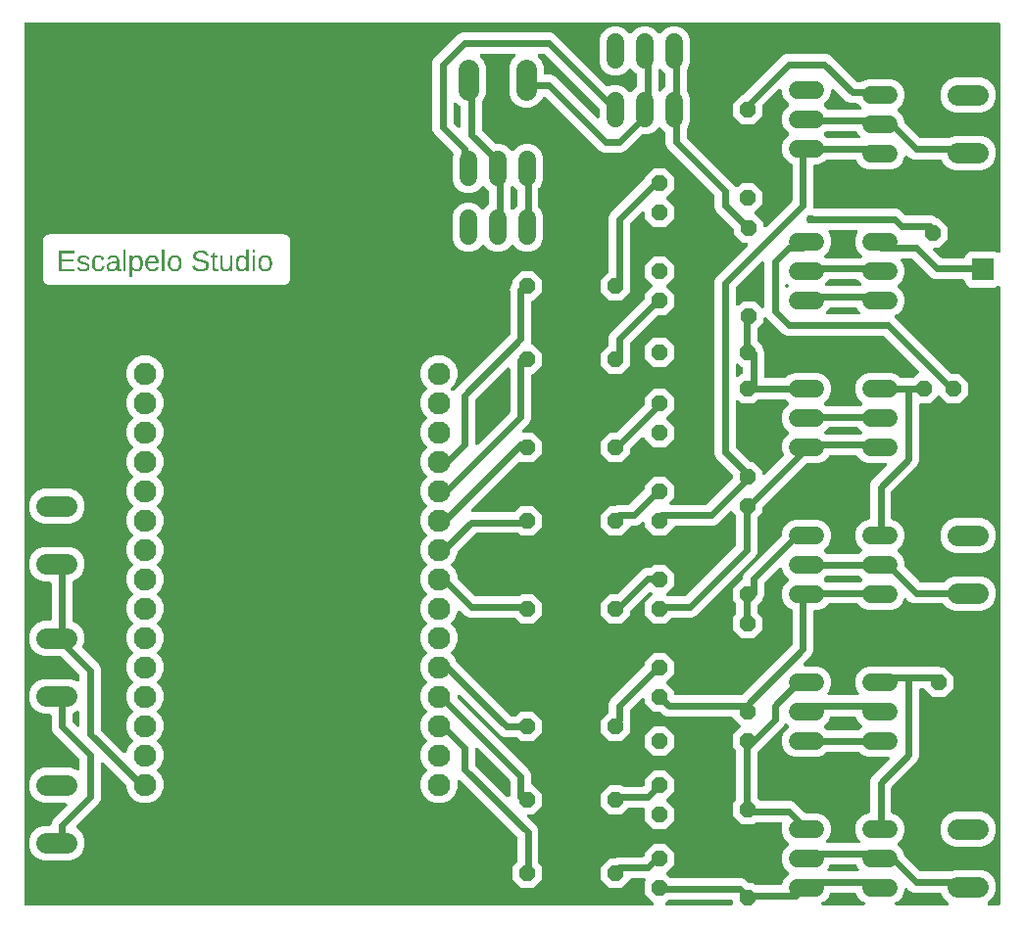
<source format=gbr>
G04 EAGLE Gerber RS-274X export*
G75*
%MOMM*%
%FSLAX34Y34*%
%LPD*%
%INTop Copper*%
%IPPOS*%
%AMOC8*
5,1,8,0,0,1.08239X$1,22.5*%
G01*
G04 Define Apertures*
%ADD10C,1.930400*%
%ADD11R,1.879600X1.879600*%
%ADD12C,1.879600*%
%ADD13C,1.524000*%
%ADD14P,1.42962X8X112.5*%
%ADD15P,1.42962X8X202.5*%
%ADD16P,1.42962X8X22.5*%
%ADD17P,1.42962X8X292.5*%
%ADD18C,1.790700*%
%ADD19C,0.609600*%
%ADD20C,0.756400*%
G36*
X552995Y10281D02*
X552400Y10160D01*
X11684Y10160D01*
X11135Y10262D01*
X10624Y10589D01*
X10281Y11090D01*
X10160Y11684D01*
X10160Y772416D01*
X10262Y772965D01*
X10589Y773476D01*
X11090Y773819D01*
X11684Y773940D01*
X851716Y773940D01*
X852265Y773838D01*
X852776Y773511D01*
X853119Y773010D01*
X853240Y772416D01*
X853240Y576010D01*
X853142Y575472D01*
X852819Y574959D01*
X852322Y574612D01*
X851728Y574486D01*
X851133Y574602D01*
X848811Y575564D01*
X827589Y575564D01*
X825349Y574636D01*
X823634Y572921D01*
X822804Y570917D01*
X822491Y570440D01*
X821990Y570097D01*
X821396Y569976D01*
X802995Y569976D01*
X802423Y570087D01*
X801917Y570422D01*
X795785Y576555D01*
X795479Y576994D01*
X795339Y577584D01*
X795441Y578182D01*
X795768Y578693D01*
X796268Y579036D01*
X796862Y579157D01*
X800317Y579157D01*
X807757Y586596D01*
X807757Y597117D01*
X800317Y604557D01*
X798894Y604557D01*
X798322Y604668D01*
X797817Y605003D01*
X797619Y605201D01*
X797385Y605350D01*
X795833Y605918D01*
X795773Y605941D01*
X794245Y606574D01*
X793973Y606623D01*
X792320Y606553D01*
X792257Y606552D01*
X772515Y606552D01*
X771943Y606663D01*
X771437Y606998D01*
X767180Y611256D01*
X763819Y612648D01*
X693420Y612648D01*
X692871Y612750D01*
X692360Y613077D01*
X692017Y613578D01*
X691896Y614172D01*
X691896Y649480D01*
X691998Y650029D01*
X692325Y650540D01*
X692826Y650883D01*
X693420Y651004D01*
X696148Y651004D01*
X701190Y653092D01*
X702971Y654874D01*
X703454Y655199D01*
X704049Y655320D01*
X727920Y655320D01*
X728481Y655213D01*
X728989Y654882D01*
X729328Y654379D01*
X730052Y652630D01*
X733910Y648772D01*
X738952Y646684D01*
X759648Y646684D01*
X764690Y648772D01*
X768548Y652630D01*
X770688Y657798D01*
X770730Y658032D01*
X771049Y658548D01*
X771543Y658899D01*
X772136Y659029D01*
X772732Y658918D01*
X773238Y658583D01*
X775108Y656712D01*
X778469Y655320D01*
X801509Y655320D01*
X802069Y655213D01*
X802578Y654882D01*
X802917Y654379D01*
X803788Y652275D01*
X808022Y648042D01*
X813553Y645751D01*
X837447Y645751D01*
X842978Y648042D01*
X847212Y652275D01*
X849503Y657806D01*
X849503Y663794D01*
X847212Y669325D01*
X842978Y673558D01*
X837447Y675850D01*
X813553Y675850D01*
X808422Y673724D01*
X807838Y673608D01*
X784707Y673608D01*
X784135Y673719D01*
X783629Y674054D01*
X771082Y686601D01*
X770757Y687084D01*
X770636Y687679D01*
X770636Y688528D01*
X768548Y693570D01*
X764695Y697422D01*
X764379Y697883D01*
X764249Y698476D01*
X764360Y699072D01*
X764695Y699578D01*
X768548Y703430D01*
X770636Y708472D01*
X770636Y713928D01*
X768548Y718970D01*
X764690Y722828D01*
X759648Y724916D01*
X738952Y724916D01*
X733910Y722828D01*
X733905Y722822D01*
X733422Y722497D01*
X732827Y722376D01*
X729843Y722376D01*
X729271Y722487D01*
X728765Y722822D01*
X706220Y745368D01*
X702859Y746760D01*
X668741Y746760D01*
X665380Y745368D01*
X631659Y711646D01*
X631176Y711321D01*
X630581Y711200D01*
X629740Y711200D01*
X622300Y703761D01*
X622300Y693240D01*
X629740Y685800D01*
X640261Y685800D01*
X647700Y693240D01*
X647700Y701193D01*
X647811Y701765D01*
X648146Y702271D01*
X661862Y715987D01*
X662301Y716293D01*
X662891Y716432D01*
X663489Y716331D01*
X664000Y716004D01*
X664343Y715504D01*
X664464Y714909D01*
X664464Y712792D01*
X666552Y707750D01*
X670405Y703898D01*
X670721Y703437D01*
X670851Y702844D01*
X670740Y702248D01*
X670405Y701742D01*
X666552Y697890D01*
X664464Y692848D01*
X664464Y687392D01*
X666552Y682350D01*
X670405Y678498D01*
X670721Y678037D01*
X670851Y677444D01*
X670740Y676848D01*
X670405Y676342D01*
X666552Y672490D01*
X664464Y667448D01*
X664464Y661992D01*
X666552Y656950D01*
X670410Y653092D01*
X672667Y652157D01*
X673144Y651844D01*
X673487Y651344D01*
X673608Y650749D01*
X673608Y620115D01*
X673497Y619543D01*
X673162Y619037D01*
X651252Y597127D01*
X650813Y596821D01*
X650223Y596682D01*
X649625Y596783D01*
X649114Y597110D01*
X648771Y597611D01*
X648650Y598205D01*
X648650Y601210D01*
X641338Y608522D01*
X641022Y608983D01*
X640892Y609576D01*
X641003Y610172D01*
X641338Y610678D01*
X647700Y617040D01*
X647700Y627561D01*
X640261Y635000D01*
X629740Y635000D01*
X626338Y631598D01*
X625888Y631287D01*
X625296Y631152D01*
X624699Y631259D01*
X624191Y631589D01*
X623852Y632092D01*
X623448Y633068D01*
X582614Y673901D01*
X582289Y674384D01*
X582168Y674979D01*
X582168Y681519D01*
X582279Y682091D01*
X582614Y682597D01*
X583128Y683110D01*
X585216Y688152D01*
X585216Y708848D01*
X583128Y713890D01*
X582614Y714403D01*
X582289Y714886D01*
X582168Y715481D01*
X582168Y732319D01*
X582279Y732891D01*
X582614Y733397D01*
X583128Y733910D01*
X585216Y738952D01*
X585216Y759648D01*
X583128Y764690D01*
X579270Y768548D01*
X574228Y770636D01*
X568772Y770636D01*
X563730Y768548D01*
X559878Y764695D01*
X559417Y764379D01*
X558824Y764249D01*
X558228Y764360D01*
X557722Y764695D01*
X553870Y768548D01*
X548828Y770636D01*
X543372Y770636D01*
X538330Y768548D01*
X534478Y764695D01*
X534017Y764379D01*
X533424Y764249D01*
X532828Y764360D01*
X532322Y764695D01*
X528470Y768548D01*
X523428Y770636D01*
X517972Y770636D01*
X512930Y768548D01*
X509072Y764690D01*
X506984Y759648D01*
X506984Y738952D01*
X509072Y733910D01*
X512930Y730052D01*
X517972Y727964D01*
X523428Y727964D01*
X528470Y730052D01*
X532322Y733905D01*
X532783Y734221D01*
X533376Y734351D01*
X533972Y734240D01*
X534478Y733905D01*
X538330Y730052D01*
X538555Y729959D01*
X539032Y729646D01*
X539375Y729145D01*
X539496Y728551D01*
X539496Y719249D01*
X539389Y718688D01*
X539058Y718180D01*
X538555Y717841D01*
X538330Y717748D01*
X534478Y713895D01*
X534017Y713579D01*
X533424Y713449D01*
X532828Y713560D01*
X532322Y713895D01*
X528470Y717748D01*
X523428Y719836D01*
X517972Y719836D01*
X514899Y718563D01*
X514340Y718447D01*
X513744Y718559D01*
X513238Y718894D01*
X468476Y763656D01*
X465115Y765048D01*
X388325Y765048D01*
X384964Y763656D01*
X364104Y742796D01*
X362712Y739435D01*
X362712Y680933D01*
X364104Y677572D01*
X380331Y661345D01*
X380652Y660873D01*
X380778Y660280D01*
X380662Y659684D01*
X379984Y658048D01*
X379984Y637352D01*
X382072Y632310D01*
X385930Y628452D01*
X390972Y626364D01*
X396428Y626364D01*
X401470Y628452D01*
X405322Y632305D01*
X405783Y632621D01*
X406376Y632751D01*
X406972Y632640D01*
X407478Y632305D01*
X411034Y628749D01*
X411359Y628266D01*
X411480Y627671D01*
X411480Y616929D01*
X411369Y616357D01*
X411034Y615851D01*
X407478Y612295D01*
X407017Y611979D01*
X406424Y611849D01*
X405828Y611960D01*
X405322Y612295D01*
X401470Y616148D01*
X396428Y618236D01*
X390972Y618236D01*
X385930Y616148D01*
X382072Y612290D01*
X379984Y607248D01*
X379984Y586552D01*
X382072Y581510D01*
X385930Y577652D01*
X390972Y575564D01*
X396428Y575564D01*
X401470Y577652D01*
X405322Y581505D01*
X405783Y581821D01*
X406376Y581951D01*
X406972Y581840D01*
X407478Y581505D01*
X411330Y577652D01*
X416372Y575564D01*
X421828Y575564D01*
X426870Y577652D01*
X430722Y581505D01*
X431183Y581821D01*
X431776Y581951D01*
X432372Y581840D01*
X432878Y581505D01*
X436730Y577652D01*
X441772Y575564D01*
X447228Y575564D01*
X452270Y577652D01*
X456128Y581510D01*
X458216Y586552D01*
X458216Y607248D01*
X456128Y612290D01*
X454598Y613819D01*
X454273Y614302D01*
X454152Y614897D01*
X454152Y629703D01*
X454263Y630275D01*
X454598Y630781D01*
X456128Y632310D01*
X458216Y637352D01*
X458216Y658048D01*
X456128Y663090D01*
X452270Y666948D01*
X447228Y669036D01*
X441772Y669036D01*
X436730Y666948D01*
X432878Y663095D01*
X432417Y662779D01*
X431824Y662649D01*
X431228Y662760D01*
X430722Y663095D01*
X426870Y666948D01*
X421828Y669036D01*
X417423Y669036D01*
X416851Y669147D01*
X416345Y669482D01*
X405830Y679997D01*
X405505Y680480D01*
X405384Y681075D01*
X405384Y704316D01*
X405495Y704888D01*
X405830Y705394D01*
X406858Y706422D01*
X409150Y711953D01*
X409150Y735847D01*
X406858Y741378D01*
X404078Y744158D01*
X403772Y744597D01*
X403633Y745187D01*
X403734Y745785D01*
X404061Y746296D01*
X404562Y746639D01*
X405156Y746760D01*
X433044Y746760D01*
X433571Y746666D01*
X434087Y746347D01*
X434438Y745853D01*
X434568Y745260D01*
X434457Y744664D01*
X434122Y744158D01*
X431342Y741378D01*
X429051Y735847D01*
X429051Y711953D01*
X431342Y706422D01*
X435575Y702188D01*
X441106Y699897D01*
X447094Y699897D01*
X452625Y702188D01*
X456858Y706422D01*
X457864Y708849D01*
X458160Y709308D01*
X458655Y709659D01*
X459247Y709789D01*
X459844Y709678D01*
X460349Y709343D01*
X506884Y662808D01*
X510245Y661416D01*
X526075Y661416D01*
X529436Y662808D01*
X543345Y676718D01*
X543828Y677043D01*
X544423Y677164D01*
X548828Y677164D01*
X553870Y679252D01*
X557722Y683105D01*
X558183Y683421D01*
X558776Y683551D01*
X559372Y683440D01*
X559878Y683105D01*
X563434Y679549D01*
X563759Y679066D01*
X563880Y678471D01*
X563880Y668741D01*
X565272Y665380D01*
X606106Y624547D01*
X606431Y624064D01*
X606552Y623469D01*
X606552Y613877D01*
X607944Y610516D01*
X622804Y595657D01*
X623129Y595174D01*
X623250Y594579D01*
X623250Y590689D01*
X630690Y583250D01*
X633695Y583250D01*
X634222Y583156D01*
X634738Y582837D01*
X635089Y582343D01*
X635219Y581750D01*
X635108Y581154D01*
X634773Y580648D01*
X607944Y553820D01*
X606552Y550459D01*
X606552Y400517D01*
X607944Y397156D01*
X621854Y383247D01*
X622179Y382764D01*
X622300Y382169D01*
X622300Y379831D01*
X622189Y379259D01*
X621854Y378753D01*
X600163Y357062D01*
X599680Y356737D01*
X599085Y356616D01*
X568756Y356616D01*
X568229Y356710D01*
X567713Y357029D01*
X567362Y357523D01*
X567232Y358116D01*
X567343Y358712D01*
X567678Y359218D01*
X571500Y363040D01*
X571500Y373561D01*
X564061Y381000D01*
X553540Y381000D01*
X546100Y373561D01*
X546100Y370687D01*
X545989Y370115D01*
X545654Y369609D01*
X533107Y357062D01*
X532624Y356737D01*
X532029Y356616D01*
X525696Y356616D01*
X525292Y356671D01*
X524927Y356771D01*
X523781Y356628D01*
X523592Y356616D01*
X522437Y356616D01*
X522087Y356471D01*
X521693Y356367D01*
X521317Y356320D01*
X520402Y355799D01*
X519648Y355600D01*
X515440Y355600D01*
X508000Y348161D01*
X508000Y337640D01*
X515440Y330200D01*
X525961Y330200D01*
X533642Y337882D01*
X534125Y338207D01*
X534720Y338328D01*
X538267Y338328D01*
X541628Y339720D01*
X543498Y341591D01*
X543937Y341897D01*
X544527Y342036D01*
X545125Y341935D01*
X545636Y341608D01*
X545979Y341108D01*
X546100Y340513D01*
X546100Y337640D01*
X553540Y330200D01*
X564061Y330200D01*
X571742Y337882D01*
X572225Y338207D01*
X572820Y338328D01*
X605323Y338328D01*
X608684Y339720D01*
X619724Y350760D01*
X620185Y351076D01*
X620777Y351207D01*
X621374Y351095D01*
X621879Y350760D01*
X624394Y348246D01*
X624719Y347763D01*
X624840Y347168D01*
X624840Y321411D01*
X624729Y320839D01*
X624394Y320333D01*
X581875Y277814D01*
X581392Y277489D01*
X580797Y277368D01*
X566724Y277368D01*
X566152Y277479D01*
X565646Y277814D01*
X565138Y278322D01*
X564822Y278783D01*
X564692Y279376D01*
X564803Y279972D01*
X565138Y280478D01*
X571500Y286840D01*
X571500Y297361D01*
X564061Y304800D01*
X553540Y304800D01*
X550938Y302198D01*
X550455Y301873D01*
X549860Y301752D01*
X546821Y301752D01*
X543460Y300360D01*
X522947Y279846D01*
X522464Y279521D01*
X521869Y279400D01*
X515440Y279400D01*
X508000Y271961D01*
X508000Y261440D01*
X515440Y254000D01*
X525961Y254000D01*
X533400Y261440D01*
X533400Y263805D01*
X533511Y264377D01*
X533846Y264883D01*
X549874Y280910D01*
X550335Y281226D01*
X550927Y281357D01*
X551524Y281245D01*
X552029Y280910D01*
X552462Y280478D01*
X552778Y280017D01*
X552908Y279424D01*
X552797Y278828D01*
X552462Y278322D01*
X546100Y271961D01*
X546100Y261440D01*
X553540Y254000D01*
X564061Y254000D01*
X568694Y258634D01*
X569177Y258959D01*
X569772Y259080D01*
X587035Y259080D01*
X590396Y260472D01*
X641736Y311812D01*
X643128Y315173D01*
X643128Y345136D01*
X643239Y345708D01*
X643574Y346214D01*
X647700Y350340D01*
X647700Y353721D01*
X647811Y354293D01*
X648146Y354799D01*
X685585Y392238D01*
X686068Y392563D01*
X686663Y392684D01*
X696148Y392684D01*
X701190Y394772D01*
X705259Y398842D01*
X705742Y399167D01*
X706337Y399288D01*
X728763Y399288D01*
X729335Y399177D01*
X729841Y398842D01*
X733910Y394772D01*
X738952Y392684D01*
X754025Y392684D01*
X754552Y392590D01*
X755068Y392271D01*
X755419Y391777D01*
X755549Y391184D01*
X755438Y390588D01*
X755103Y390082D01*
X742056Y377036D01*
X740664Y373675D01*
X740664Y345440D01*
X740562Y344891D01*
X740235Y344380D01*
X739734Y344037D01*
X739140Y343916D01*
X738952Y343916D01*
X733910Y341828D01*
X730052Y337970D01*
X727964Y332928D01*
X727964Y327472D01*
X730052Y322430D01*
X733905Y318578D01*
X734221Y318117D01*
X734351Y317524D01*
X734240Y316928D01*
X733905Y316422D01*
X731873Y314390D01*
X731390Y314065D01*
X730795Y313944D01*
X704305Y313944D01*
X703733Y314055D01*
X703227Y314390D01*
X701195Y316422D01*
X700879Y316883D01*
X700749Y317476D01*
X700860Y318072D01*
X701195Y318578D01*
X705048Y322430D01*
X707136Y327472D01*
X707136Y332928D01*
X705048Y337970D01*
X701190Y341828D01*
X696148Y343916D01*
X675452Y343916D01*
X670410Y341828D01*
X666552Y337970D01*
X664464Y332928D01*
X664464Y330555D01*
X664353Y329983D01*
X664018Y329477D01*
X632328Y297788D01*
X630936Y294427D01*
X630936Y293624D01*
X630834Y293075D01*
X630507Y292564D01*
X630006Y292221D01*
X629823Y292183D01*
X622300Y284661D01*
X622300Y274140D01*
X624394Y272046D01*
X624719Y271563D01*
X624840Y270968D01*
X624840Y262432D01*
X624729Y261860D01*
X624394Y261354D01*
X622300Y259261D01*
X622300Y248740D01*
X629740Y241300D01*
X640261Y241300D01*
X647700Y248740D01*
X647700Y259261D01*
X643574Y263386D01*
X643249Y263869D01*
X643128Y264464D01*
X643128Y268936D01*
X643239Y269508D01*
X643574Y270014D01*
X647700Y274140D01*
X647700Y274615D01*
X647816Y275198D01*
X648128Y275951D01*
X648268Y276213D01*
X648697Y276857D01*
X648845Y277605D01*
X648932Y277893D01*
X649224Y278597D01*
X649224Y279371D01*
X649253Y279667D01*
X649403Y280426D01*
X649254Y281174D01*
X649224Y281472D01*
X649224Y288189D01*
X649335Y288761D01*
X649670Y289267D01*
X662269Y301865D01*
X662719Y302176D01*
X663310Y302311D01*
X663907Y302205D01*
X664415Y301874D01*
X664754Y301371D01*
X666552Y297030D01*
X670405Y293178D01*
X670721Y292717D01*
X670851Y292124D01*
X670740Y291528D01*
X670405Y291022D01*
X666552Y287170D01*
X664464Y282128D01*
X664464Y276672D01*
X666552Y271630D01*
X670410Y267772D01*
X672667Y266837D01*
X673144Y266524D01*
X673487Y266024D01*
X673608Y265429D01*
X673608Y236067D01*
X673497Y235495D01*
X673162Y234989D01*
X630643Y192470D01*
X630160Y192145D01*
X629565Y192024D01*
X573024Y192024D01*
X572475Y192126D01*
X571964Y192453D01*
X571621Y192954D01*
X571500Y193548D01*
X571500Y195761D01*
X565138Y202122D01*
X564822Y202583D01*
X564692Y203176D01*
X564803Y203772D01*
X565138Y204278D01*
X571500Y210640D01*
X571500Y221161D01*
X564061Y228600D01*
X553540Y228600D01*
X546100Y221161D01*
X546100Y218287D01*
X545989Y217715D01*
X545654Y217209D01*
X516504Y188060D01*
X515112Y184699D01*
X515112Y178104D01*
X515001Y177532D01*
X514666Y177026D01*
X508000Y170361D01*
X508000Y159840D01*
X515440Y152400D01*
X525961Y152400D01*
X533400Y159840D01*
X533400Y169757D01*
X533423Y170021D01*
X533577Y170896D01*
X533436Y171528D01*
X533400Y171859D01*
X533400Y178461D01*
X533511Y179033D01*
X533846Y179539D01*
X543498Y189191D01*
X543937Y189497D01*
X544527Y189636D01*
X545125Y189535D01*
X545636Y189208D01*
X545979Y188708D01*
X546100Y188113D01*
X546100Y185240D01*
X553540Y177800D01*
X558445Y177800D01*
X559017Y177689D01*
X559523Y177354D01*
X561748Y175128D01*
X565109Y173736D01*
X620776Y173736D01*
X621325Y173634D01*
X621836Y173307D01*
X622179Y172806D01*
X622217Y172623D01*
X628662Y166178D01*
X628978Y165717D01*
X629108Y165124D01*
X628997Y164528D01*
X628662Y164022D01*
X622300Y157661D01*
X622300Y147140D01*
X624394Y145046D01*
X624719Y144563D01*
X624840Y143968D01*
X624840Y101396D01*
X624729Y100824D01*
X624394Y100318D01*
X622300Y98225D01*
X622300Y87704D01*
X629740Y80264D01*
X640261Y80264D01*
X641846Y81850D01*
X642329Y82175D01*
X642924Y82296D01*
X663578Y82296D01*
X664116Y82198D01*
X664630Y81875D01*
X664977Y81378D01*
X665102Y80784D01*
X664986Y80189D01*
X664464Y78928D01*
X664464Y73472D01*
X666552Y68430D01*
X670405Y64578D01*
X670721Y64117D01*
X670851Y63524D01*
X670740Y62928D01*
X670405Y62422D01*
X666552Y58570D01*
X664464Y53528D01*
X664464Y48072D01*
X666552Y43030D01*
X670405Y39178D01*
X670721Y38717D01*
X670851Y38124D01*
X670740Y37528D01*
X670405Y37022D01*
X666552Y33170D01*
X664565Y28373D01*
X664252Y27896D01*
X663752Y27553D01*
X663157Y27432D01*
X642924Y27432D01*
X642352Y27543D01*
X641846Y27878D01*
X640261Y29464D01*
X636371Y29464D01*
X635799Y29575D01*
X635293Y29910D01*
X633068Y32136D01*
X629707Y33528D01*
X569264Y33528D01*
X568692Y33639D01*
X568186Y33974D01*
X565138Y37022D01*
X564822Y37483D01*
X564692Y38076D01*
X564803Y38672D01*
X565138Y39178D01*
X571500Y45540D01*
X571500Y56061D01*
X564061Y63500D01*
X553540Y63500D01*
X546100Y56061D01*
X546100Y53695D01*
X545989Y53123D01*
X545654Y52617D01*
X545299Y52262D01*
X544816Y51937D01*
X544221Y51816D01*
X525696Y51816D01*
X525292Y51871D01*
X524927Y51971D01*
X523781Y51828D01*
X523592Y51816D01*
X522437Y51816D01*
X522087Y51671D01*
X521693Y51567D01*
X521317Y51520D01*
X520402Y50999D01*
X519648Y50800D01*
X515440Y50800D01*
X508000Y43361D01*
X508000Y32840D01*
X515440Y25400D01*
X525961Y25400D01*
X533642Y33082D01*
X534125Y33407D01*
X534720Y33528D01*
X545288Y33528D01*
X545815Y33434D01*
X546331Y33115D01*
X546682Y32621D01*
X546812Y32028D01*
X546701Y31432D01*
X546366Y30926D01*
X546100Y30661D01*
X546100Y20140D01*
X553478Y12762D01*
X553784Y12323D01*
X553923Y11733D01*
X553822Y11135D01*
X553495Y10624D01*
X552995Y10281D01*
G37*
%LPC*%
G36*
X813553Y695751D02*
X837447Y695751D01*
X842978Y698042D01*
X847212Y702275D01*
X849503Y707806D01*
X849503Y713794D01*
X847212Y719325D01*
X842978Y723558D01*
X837447Y725850D01*
X813553Y725850D01*
X808022Y723558D01*
X803788Y719325D01*
X801497Y713794D01*
X801497Y707806D01*
X803788Y702275D01*
X808022Y698042D01*
X813553Y695751D01*
G37*
G36*
X515440Y533400D02*
X525961Y533400D01*
X533400Y540840D01*
X533400Y547757D01*
X533421Y548008D01*
X533575Y548931D01*
X533439Y549515D01*
X533400Y549859D01*
X533400Y599085D01*
X533511Y599657D01*
X533846Y600163D01*
X543498Y609815D01*
X543937Y610121D01*
X544527Y610260D01*
X545125Y610159D01*
X545636Y609832D01*
X545979Y609332D01*
X546100Y608737D01*
X546100Y604340D01*
X553540Y596900D01*
X564061Y596900D01*
X571500Y604340D01*
X571500Y614861D01*
X565138Y621222D01*
X564822Y621683D01*
X564692Y622276D01*
X564803Y622872D01*
X565138Y623378D01*
X571500Y629740D01*
X571500Y640261D01*
X564061Y647700D01*
X553540Y647700D01*
X546100Y640261D01*
X546100Y638911D01*
X545989Y638339D01*
X545654Y637833D01*
X516504Y608684D01*
X515112Y605323D01*
X515112Y559104D01*
X515001Y558532D01*
X514666Y558026D01*
X508000Y551361D01*
X508000Y540840D01*
X515440Y533400D01*
G37*
G36*
X31874Y546777D02*
X234090Y546777D01*
X234686Y546836D01*
X235274Y546953D01*
X235847Y547127D01*
X236400Y547356D01*
X236929Y547638D01*
X237426Y547971D01*
X237890Y548351D01*
X238313Y548775D01*
X238693Y549238D01*
X239026Y549736D01*
X239308Y550264D01*
X239537Y550817D01*
X239711Y551390D01*
X239828Y551978D01*
X239887Y552574D01*
X239887Y584703D01*
X239828Y585299D01*
X239711Y585886D01*
X239537Y586459D01*
X239308Y587013D01*
X239026Y587541D01*
X238693Y588039D01*
X238313Y588502D01*
X237890Y588925D01*
X237426Y589305D01*
X236929Y589638D01*
X236400Y589921D01*
X235847Y590150D01*
X235274Y590324D01*
X234686Y590440D01*
X234090Y590499D01*
X31874Y590499D01*
X31278Y590440D01*
X30690Y590324D01*
X30117Y590150D01*
X29564Y589921D01*
X29036Y589638D01*
X28538Y589305D01*
X28075Y588925D01*
X27651Y588502D01*
X27271Y588039D01*
X26938Y587541D01*
X26656Y587013D01*
X26427Y586459D01*
X26253Y585886D01*
X26136Y585299D01*
X26077Y584703D01*
X26077Y552574D01*
X26136Y551978D01*
X26253Y551390D01*
X26427Y550817D01*
X26656Y550264D01*
X26938Y549736D01*
X27271Y549238D01*
X27651Y548775D01*
X28075Y548351D01*
X28538Y547971D01*
X29036Y547638D01*
X29564Y547356D01*
X30117Y547127D01*
X30690Y546953D01*
X31278Y546836D01*
X31874Y546777D01*
G37*
G36*
X515440Y469900D02*
X525961Y469900D01*
X533400Y477340D01*
X533400Y486512D01*
X533436Y486842D01*
X533577Y487478D01*
X533423Y488349D01*
X533400Y488614D01*
X533400Y495453D01*
X533511Y496025D01*
X533846Y496531D01*
X557569Y520254D01*
X558052Y520579D01*
X558647Y520700D01*
X564061Y520700D01*
X571500Y528140D01*
X571500Y538661D01*
X565138Y545022D01*
X564822Y545483D01*
X564692Y546076D01*
X564803Y546672D01*
X565138Y547178D01*
X571500Y553540D01*
X571500Y564061D01*
X564061Y571500D01*
X553540Y571500D01*
X546100Y564061D01*
X546100Y553540D01*
X552462Y547178D01*
X552778Y546717D01*
X552908Y546124D01*
X552797Y545528D01*
X552462Y545022D01*
X546100Y538661D01*
X546100Y535279D01*
X545989Y534707D01*
X545654Y534201D01*
X516504Y505052D01*
X515112Y501691D01*
X515112Y495604D01*
X515001Y495032D01*
X514666Y494526D01*
X508000Y487861D01*
X508000Y477340D01*
X515440Y469900D01*
G37*
G36*
X439240Y25400D02*
X449761Y25400D01*
X457200Y32840D01*
X457200Y43361D01*
X454598Y45962D01*
X454273Y46445D01*
X454152Y47040D01*
X454152Y74971D01*
X452760Y78332D01*
X444793Y86298D01*
X444487Y86737D01*
X444348Y87327D01*
X444449Y87925D01*
X444776Y88436D01*
X445276Y88779D01*
X445871Y88900D01*
X449761Y88900D01*
X457200Y96340D01*
X457200Y106861D01*
X449761Y114300D01*
X449580Y114300D01*
X449031Y114402D01*
X448520Y114729D01*
X448177Y115230D01*
X448056Y115824D01*
X448056Y123739D01*
X446664Y127100D01*
X384494Y189269D01*
X384169Y189752D01*
X384048Y190347D01*
X384048Y190653D01*
X384142Y191180D01*
X384461Y191696D01*
X384955Y192047D01*
X385548Y192177D01*
X386144Y192066D01*
X386650Y191731D01*
X421540Y156840D01*
X424901Y155448D01*
X435560Y155448D01*
X436132Y155337D01*
X436638Y155002D01*
X439240Y152400D01*
X449761Y152400D01*
X457200Y159840D01*
X457200Y170361D01*
X449761Y177800D01*
X439240Y177800D01*
X435622Y174182D01*
X435139Y173857D01*
X434544Y173736D01*
X431139Y173736D01*
X430567Y173847D01*
X430061Y174182D01*
X383440Y220804D01*
X383110Y221298D01*
X381651Y224821D01*
X378949Y227522D01*
X378633Y227983D01*
X378503Y228576D01*
X378614Y229172D01*
X378949Y229678D01*
X381651Y232379D01*
X384048Y238168D01*
X384048Y244432D01*
X381651Y250221D01*
X378949Y252922D01*
X378633Y253383D01*
X378503Y253976D01*
X378614Y254572D01*
X378949Y255078D01*
X381651Y257779D01*
X384048Y263568D01*
X384048Y263805D01*
X384142Y264332D01*
X384461Y264848D01*
X384955Y265199D01*
X385548Y265329D01*
X386144Y265218D01*
X386650Y264883D01*
X391060Y260472D01*
X394421Y259080D01*
X433528Y259080D01*
X434100Y258969D01*
X434606Y258634D01*
X439240Y254000D01*
X449761Y254000D01*
X457200Y261440D01*
X457200Y271961D01*
X449761Y279400D01*
X439240Y279400D01*
X437654Y277814D01*
X437171Y277489D01*
X436576Y277368D01*
X400659Y277368D01*
X400087Y277479D01*
X399581Y277814D01*
X384494Y292901D01*
X384169Y293384D01*
X384048Y293979D01*
X384048Y295232D01*
X381651Y301021D01*
X378949Y303722D01*
X378633Y304183D01*
X378503Y304776D01*
X378614Y305372D01*
X378949Y305878D01*
X381651Y308579D01*
X384048Y314368D01*
X384048Y315621D01*
X384159Y316193D01*
X384494Y316699D01*
X399581Y331786D01*
X400064Y332111D01*
X400659Y332232D01*
X436576Y332232D01*
X437148Y332121D01*
X437654Y331786D01*
X439240Y330200D01*
X449761Y330200D01*
X457200Y337640D01*
X457200Y348161D01*
X449761Y355600D01*
X439240Y355600D01*
X434606Y350966D01*
X434123Y350641D01*
X433528Y350520D01*
X397611Y350520D01*
X397084Y350614D01*
X396568Y350933D01*
X396217Y351427D01*
X396087Y352020D01*
X396198Y352616D01*
X396533Y353122D01*
X437098Y393686D01*
X437559Y394002D01*
X438151Y394133D01*
X438748Y394021D01*
X439233Y393700D01*
X449761Y393700D01*
X457200Y401140D01*
X457200Y411661D01*
X449761Y419100D01*
X441807Y419100D01*
X441280Y419194D01*
X440764Y419513D01*
X440413Y420007D01*
X440283Y420600D01*
X440394Y421196D01*
X440729Y421702D01*
X446664Y427636D01*
X448056Y430997D01*
X448056Y468376D01*
X448158Y468925D01*
X448485Y469436D01*
X448986Y469779D01*
X449580Y469900D01*
X449761Y469900D01*
X457200Y477340D01*
X457200Y487861D01*
X449761Y495300D01*
X449196Y495300D01*
X448658Y495398D01*
X448145Y495721D01*
X447798Y496218D01*
X447673Y496812D01*
X447788Y497407D01*
X448056Y498053D01*
X448056Y531876D01*
X448158Y532425D01*
X448485Y532936D01*
X448986Y533279D01*
X449580Y533400D01*
X449761Y533400D01*
X457200Y540840D01*
X457200Y551361D01*
X449761Y558800D01*
X439240Y558800D01*
X431800Y551361D01*
X431800Y548995D01*
X431689Y548423D01*
X431354Y547917D01*
X431160Y547724D01*
X430912Y547125D01*
X430752Y546834D01*
X430380Y546303D01*
X430188Y545436D01*
X430108Y545184D01*
X429768Y544363D01*
X429768Y543715D01*
X429732Y543384D01*
X429591Y542752D01*
X429745Y541877D01*
X429768Y541613D01*
X429768Y504291D01*
X429657Y503719D01*
X429322Y503213D01*
X382392Y456284D01*
X382209Y455842D01*
X381913Y455382D01*
X381418Y455032D01*
X380825Y454901D01*
X380229Y455013D01*
X379724Y455348D01*
X378949Y456122D01*
X378633Y456583D01*
X378503Y457176D01*
X378614Y457772D01*
X378949Y458278D01*
X381651Y460979D01*
X384048Y466768D01*
X384048Y473032D01*
X381651Y478821D01*
X377221Y483251D01*
X371432Y485648D01*
X365168Y485648D01*
X359379Y483251D01*
X354950Y478821D01*
X352552Y473032D01*
X352552Y466768D01*
X354950Y460979D01*
X357651Y458278D01*
X357967Y457817D01*
X358098Y457224D01*
X357986Y456628D01*
X357651Y456122D01*
X354950Y453421D01*
X352552Y447632D01*
X352552Y441368D01*
X354950Y435579D01*
X357651Y432878D01*
X357967Y432417D01*
X358098Y431824D01*
X357986Y431228D01*
X357651Y430722D01*
X354950Y428021D01*
X352552Y422232D01*
X352552Y415968D01*
X354950Y410179D01*
X357651Y407478D01*
X357967Y407017D01*
X358098Y406424D01*
X357986Y405828D01*
X357651Y405322D01*
X354950Y402621D01*
X352552Y396832D01*
X352552Y390568D01*
X354950Y384779D01*
X357651Y382078D01*
X357967Y381617D01*
X358098Y381024D01*
X357986Y380428D01*
X357651Y379922D01*
X354950Y377221D01*
X352552Y371432D01*
X352552Y365168D01*
X354950Y359379D01*
X357651Y356678D01*
X357967Y356217D01*
X358098Y355624D01*
X357986Y355028D01*
X357651Y354522D01*
X354950Y351821D01*
X352552Y346032D01*
X352552Y339768D01*
X354950Y333979D01*
X357651Y331278D01*
X357967Y330817D01*
X358098Y330224D01*
X357986Y329628D01*
X357651Y329122D01*
X354950Y326421D01*
X352552Y320632D01*
X352552Y314368D01*
X354950Y308579D01*
X357651Y305878D01*
X357967Y305417D01*
X358098Y304824D01*
X357986Y304228D01*
X357651Y303722D01*
X354950Y301021D01*
X352552Y295232D01*
X352552Y288968D01*
X354950Y283179D01*
X357651Y280478D01*
X357967Y280017D01*
X358098Y279424D01*
X357986Y278828D01*
X357651Y278322D01*
X354950Y275621D01*
X352552Y269832D01*
X352552Y263568D01*
X354950Y257779D01*
X357651Y255078D01*
X357967Y254617D01*
X358098Y254024D01*
X357986Y253428D01*
X357651Y252922D01*
X354950Y250221D01*
X352552Y244432D01*
X352552Y238168D01*
X354950Y232379D01*
X357651Y229678D01*
X357967Y229217D01*
X358098Y228624D01*
X357986Y228028D01*
X357651Y227522D01*
X354950Y224821D01*
X352552Y219032D01*
X352552Y212768D01*
X354950Y206979D01*
X357651Y204278D01*
X357967Y203817D01*
X358098Y203224D01*
X357986Y202628D01*
X357651Y202122D01*
X354950Y199421D01*
X352552Y193632D01*
X352552Y187368D01*
X354950Y181579D01*
X357651Y178878D01*
X357967Y178417D01*
X358098Y177824D01*
X357986Y177228D01*
X357651Y176722D01*
X354950Y174021D01*
X352552Y168232D01*
X352552Y161968D01*
X354950Y156179D01*
X357651Y153478D01*
X357967Y153017D01*
X358098Y152424D01*
X357986Y151828D01*
X357651Y151322D01*
X354950Y148621D01*
X352552Y142832D01*
X352552Y136568D01*
X354950Y130779D01*
X357651Y128078D01*
X357967Y127617D01*
X358098Y127024D01*
X357986Y126428D01*
X357651Y125922D01*
X354950Y123221D01*
X352552Y117432D01*
X352552Y111168D01*
X354950Y105379D01*
X359379Y100950D01*
X365168Y98552D01*
X371432Y98552D01*
X377221Y100950D01*
X381651Y105379D01*
X384048Y111168D01*
X384048Y117501D01*
X384142Y118028D01*
X384461Y118544D01*
X384955Y118895D01*
X385548Y119025D01*
X386144Y118914D01*
X386650Y118579D01*
X435418Y69811D01*
X435743Y69328D01*
X435864Y68733D01*
X435864Y48056D01*
X435753Y47484D01*
X435418Y46978D01*
X431800Y43361D01*
X431800Y32840D01*
X439240Y25400D01*
G37*
G36*
X553540Y475996D02*
X564061Y475996D01*
X571500Y483436D01*
X571500Y493957D01*
X564061Y501396D01*
X553540Y501396D01*
X546100Y493957D01*
X546100Y483436D01*
X553540Y475996D01*
G37*
G36*
X26153Y48851D02*
X50047Y48851D01*
X55578Y51142D01*
X59812Y55375D01*
X62103Y60906D01*
X62103Y66894D01*
X59812Y72425D01*
X55374Y76863D01*
X55058Y77324D01*
X54928Y77916D01*
X55039Y78513D01*
X55374Y79018D01*
X74808Y98452D01*
X76200Y101813D01*
X76200Y132741D01*
X76294Y133268D01*
X76613Y133784D01*
X77107Y134135D01*
X77700Y134265D01*
X78296Y134154D01*
X78802Y133819D01*
X98106Y114515D01*
X98431Y114032D01*
X98552Y113437D01*
X98552Y111168D01*
X100950Y105379D01*
X105379Y100950D01*
X111168Y98552D01*
X117432Y98552D01*
X123221Y100950D01*
X127651Y105379D01*
X130048Y111168D01*
X130048Y117432D01*
X127651Y123221D01*
X124949Y125922D01*
X124633Y126383D01*
X124503Y126976D01*
X124614Y127572D01*
X124949Y128078D01*
X127651Y130779D01*
X130048Y136568D01*
X130048Y142832D01*
X127651Y148621D01*
X124949Y151322D01*
X124633Y151783D01*
X124503Y152376D01*
X124614Y152972D01*
X124949Y153478D01*
X127651Y156179D01*
X130048Y161968D01*
X130048Y168232D01*
X127651Y174021D01*
X124949Y176722D01*
X124633Y177183D01*
X124503Y177776D01*
X124614Y178372D01*
X124949Y178878D01*
X127651Y181579D01*
X130048Y187368D01*
X130048Y193632D01*
X127651Y199421D01*
X124949Y202122D01*
X124633Y202583D01*
X124503Y203176D01*
X124614Y203772D01*
X124949Y204278D01*
X127651Y206979D01*
X130048Y212768D01*
X130048Y219032D01*
X127651Y224821D01*
X124949Y227522D01*
X124633Y227983D01*
X124503Y228576D01*
X124614Y229172D01*
X124949Y229678D01*
X127651Y232379D01*
X130048Y238168D01*
X130048Y244432D01*
X127651Y250221D01*
X124949Y252922D01*
X124633Y253383D01*
X124503Y253976D01*
X124614Y254572D01*
X124949Y255078D01*
X127651Y257779D01*
X130048Y263568D01*
X130048Y269832D01*
X127651Y275621D01*
X124949Y278322D01*
X124633Y278783D01*
X124503Y279376D01*
X124614Y279972D01*
X124949Y280478D01*
X127651Y283179D01*
X130048Y288968D01*
X130048Y295232D01*
X127651Y301021D01*
X124949Y303722D01*
X124633Y304183D01*
X124503Y304776D01*
X124614Y305372D01*
X124949Y305878D01*
X127651Y308579D01*
X130048Y314368D01*
X130048Y320632D01*
X127651Y326421D01*
X124949Y329122D01*
X124633Y329583D01*
X124503Y330176D01*
X124614Y330772D01*
X124949Y331278D01*
X127651Y333979D01*
X130048Y339768D01*
X130048Y346032D01*
X127651Y351821D01*
X124949Y354522D01*
X124633Y354983D01*
X124503Y355576D01*
X124614Y356172D01*
X124949Y356678D01*
X127651Y359379D01*
X130048Y365168D01*
X130048Y371432D01*
X127651Y377221D01*
X124949Y379922D01*
X124633Y380383D01*
X124503Y380976D01*
X124614Y381572D01*
X124949Y382078D01*
X127651Y384779D01*
X130048Y390568D01*
X130048Y396832D01*
X127651Y402621D01*
X124949Y405322D01*
X124633Y405783D01*
X124503Y406376D01*
X124614Y406972D01*
X124949Y407478D01*
X127651Y410179D01*
X130048Y415968D01*
X130048Y422232D01*
X127651Y428021D01*
X124949Y430722D01*
X124633Y431183D01*
X124503Y431776D01*
X124614Y432372D01*
X124949Y432878D01*
X127651Y435579D01*
X130048Y441368D01*
X130048Y447632D01*
X127651Y453421D01*
X124949Y456122D01*
X124633Y456583D01*
X124503Y457176D01*
X124614Y457772D01*
X124949Y458278D01*
X127651Y460979D01*
X130048Y466768D01*
X130048Y473032D01*
X127651Y478821D01*
X123221Y483251D01*
X117432Y485648D01*
X111168Y485648D01*
X105379Y483251D01*
X100950Y478821D01*
X98552Y473032D01*
X98552Y466768D01*
X100950Y460979D01*
X103651Y458278D01*
X103967Y457817D01*
X104098Y457224D01*
X103986Y456628D01*
X103651Y456122D01*
X100950Y453421D01*
X98552Y447632D01*
X98552Y441368D01*
X100950Y435579D01*
X103651Y432878D01*
X103967Y432417D01*
X104098Y431824D01*
X103986Y431228D01*
X103651Y430722D01*
X100950Y428021D01*
X98552Y422232D01*
X98552Y415968D01*
X100950Y410179D01*
X103651Y407478D01*
X103967Y407017D01*
X104098Y406424D01*
X103986Y405828D01*
X103651Y405322D01*
X100950Y402621D01*
X98552Y396832D01*
X98552Y390568D01*
X100950Y384779D01*
X103651Y382078D01*
X103967Y381617D01*
X104098Y381024D01*
X103986Y380428D01*
X103651Y379922D01*
X100950Y377221D01*
X98552Y371432D01*
X98552Y365168D01*
X100950Y359379D01*
X103651Y356678D01*
X103967Y356217D01*
X104098Y355624D01*
X103986Y355028D01*
X103651Y354522D01*
X100950Y351821D01*
X98552Y346032D01*
X98552Y339768D01*
X100950Y333979D01*
X103651Y331278D01*
X103967Y330817D01*
X104098Y330224D01*
X103986Y329628D01*
X103651Y329122D01*
X100950Y326421D01*
X98552Y320632D01*
X98552Y314368D01*
X100950Y308579D01*
X103651Y305878D01*
X103967Y305417D01*
X104098Y304824D01*
X103986Y304228D01*
X103651Y303722D01*
X100950Y301021D01*
X98552Y295232D01*
X98552Y288968D01*
X100950Y283179D01*
X103651Y280478D01*
X103967Y280017D01*
X104098Y279424D01*
X103986Y278828D01*
X103651Y278322D01*
X100950Y275621D01*
X98552Y269832D01*
X98552Y263568D01*
X100950Y257779D01*
X103651Y255078D01*
X103967Y254617D01*
X104098Y254024D01*
X103986Y253428D01*
X103651Y252922D01*
X100950Y250221D01*
X98552Y244432D01*
X98552Y238168D01*
X100950Y232379D01*
X103651Y229678D01*
X103967Y229217D01*
X104098Y228624D01*
X103986Y228028D01*
X103651Y227522D01*
X100950Y224821D01*
X98552Y219032D01*
X98552Y212768D01*
X100950Y206979D01*
X103651Y204278D01*
X103967Y203817D01*
X104098Y203224D01*
X103986Y202628D01*
X103651Y202122D01*
X100950Y199421D01*
X98552Y193632D01*
X98552Y187368D01*
X100950Y181579D01*
X103651Y178878D01*
X103967Y178417D01*
X104098Y177824D01*
X103986Y177228D01*
X103651Y176722D01*
X100950Y174021D01*
X98552Y168232D01*
X98552Y161968D01*
X100950Y156179D01*
X103651Y153478D01*
X103967Y153017D01*
X104098Y152424D01*
X103986Y151828D01*
X103651Y151322D01*
X100950Y148621D01*
X98575Y142888D01*
X98279Y142429D01*
X97784Y142078D01*
X97191Y141948D01*
X96595Y142059D01*
X96090Y142394D01*
X76646Y161837D01*
X76321Y162320D01*
X76200Y162915D01*
X76200Y215179D01*
X74808Y218540D01*
X60872Y232476D01*
X60551Y232948D01*
X60426Y233541D01*
X60541Y234137D01*
X62103Y237906D01*
X62103Y243894D01*
X59812Y249425D01*
X55578Y253658D01*
X52757Y254827D01*
X52280Y255140D01*
X51937Y255641D01*
X51816Y256235D01*
X51816Y289865D01*
X51923Y290426D01*
X52254Y290934D01*
X52757Y291273D01*
X55578Y292442D01*
X59812Y296675D01*
X62103Y302206D01*
X62103Y308194D01*
X59812Y313725D01*
X55578Y317958D01*
X50047Y320250D01*
X26153Y320250D01*
X20622Y317958D01*
X16388Y313725D01*
X14097Y308194D01*
X14097Y302206D01*
X16388Y296675D01*
X20622Y292442D01*
X26153Y290151D01*
X32004Y290151D01*
X32553Y290048D01*
X33064Y289721D01*
X33407Y289221D01*
X33528Y288627D01*
X33528Y257474D01*
X33426Y256924D01*
X33099Y256413D01*
X32598Y256070D01*
X32004Y255950D01*
X26153Y255950D01*
X20622Y253658D01*
X16388Y249425D01*
X14097Y243894D01*
X14097Y237906D01*
X16388Y232375D01*
X20622Y228142D01*
X26153Y225851D01*
X41003Y225851D01*
X41575Y225739D01*
X42080Y225404D01*
X57466Y210019D01*
X57791Y209536D01*
X57912Y208941D01*
X57912Y204973D01*
X57814Y204435D01*
X57491Y203921D01*
X56994Y203574D01*
X56400Y203449D01*
X55805Y203565D01*
X50047Y205950D01*
X26153Y205950D01*
X20622Y203658D01*
X16388Y199425D01*
X14097Y193894D01*
X14097Y187906D01*
X16388Y182375D01*
X20622Y178142D01*
X26153Y175851D01*
X32004Y175851D01*
X32553Y175748D01*
X33064Y175421D01*
X33407Y174921D01*
X33528Y174327D01*
X33528Y162773D01*
X34920Y159412D01*
X57466Y136867D01*
X57791Y136384D01*
X57912Y135789D01*
X57912Y127973D01*
X57814Y127435D01*
X57491Y126921D01*
X56994Y126574D01*
X56400Y126449D01*
X55805Y126565D01*
X50047Y128950D01*
X26153Y128950D01*
X20622Y126658D01*
X16388Y122425D01*
X14097Y116894D01*
X14097Y110906D01*
X16388Y105375D01*
X20622Y101142D01*
X26153Y98851D01*
X45664Y98851D01*
X46190Y98757D01*
X46706Y98438D01*
X47057Y97943D01*
X47187Y97351D01*
X47076Y96755D01*
X46741Y96249D01*
X34920Y84428D01*
X33528Y81067D01*
X33528Y80474D01*
X33426Y79924D01*
X33099Y79413D01*
X32598Y79070D01*
X32004Y78950D01*
X26153Y78950D01*
X20622Y76658D01*
X16388Y72425D01*
X14097Y66894D01*
X14097Y60906D01*
X16388Y55375D01*
X20622Y51142D01*
X26153Y48851D01*
G37*
G36*
X515440Y393700D02*
X525961Y393700D01*
X533400Y401140D01*
X533400Y404013D01*
X533511Y404585D01*
X533846Y405091D01*
X543498Y414743D01*
X543937Y415049D01*
X544527Y415188D01*
X545125Y415087D01*
X545636Y414760D01*
X545979Y414260D01*
X546056Y413884D01*
X553540Y406400D01*
X564061Y406400D01*
X571500Y413840D01*
X571500Y424361D01*
X565138Y430722D01*
X564822Y431183D01*
X564692Y431776D01*
X564803Y432372D01*
X565138Y432878D01*
X571500Y439240D01*
X571500Y449761D01*
X564061Y457200D01*
X553540Y457200D01*
X546100Y449761D01*
X546100Y443839D01*
X545989Y443267D01*
X545654Y442761D01*
X522439Y419546D01*
X521956Y419221D01*
X521361Y419100D01*
X515440Y419100D01*
X508000Y411661D01*
X508000Y401140D01*
X515440Y393700D01*
G37*
G36*
X26153Y340151D02*
X50047Y340151D01*
X55578Y342442D01*
X59812Y346675D01*
X62103Y352206D01*
X62103Y358194D01*
X59812Y363725D01*
X55578Y367958D01*
X50047Y370250D01*
X26153Y370250D01*
X20622Y367958D01*
X16388Y363725D01*
X14097Y358194D01*
X14097Y352206D01*
X16388Y346675D01*
X20622Y342442D01*
X26153Y340151D01*
G37*
G36*
X553540Y139700D02*
X564061Y139700D01*
X571500Y147140D01*
X571500Y157661D01*
X564061Y165100D01*
X553540Y165100D01*
X546100Y157661D01*
X546100Y147140D01*
X553540Y139700D01*
G37*
G36*
X553540Y76200D02*
X564061Y76200D01*
X571500Y83640D01*
X571500Y94161D01*
X565138Y100522D01*
X564822Y100983D01*
X564692Y101576D01*
X564803Y102172D01*
X565138Y102678D01*
X571500Y109040D01*
X571500Y119561D01*
X564061Y127000D01*
X553540Y127000D01*
X546100Y119561D01*
X546100Y114655D01*
X545989Y114083D01*
X545654Y113577D01*
X545299Y113222D01*
X544816Y112897D01*
X544221Y112776D01*
X528116Y112776D01*
X527544Y112887D01*
X527038Y113222D01*
X525961Y114300D01*
X515440Y114300D01*
X508000Y106861D01*
X508000Y96340D01*
X515440Y88900D01*
X525961Y88900D01*
X531102Y94042D01*
X531585Y94367D01*
X532180Y94488D01*
X544576Y94488D01*
X545125Y94386D01*
X545636Y94059D01*
X545979Y93558D01*
X546100Y92964D01*
X546100Y83640D01*
X553540Y76200D01*
G37*
%LPD*%
G36*
X401451Y408419D02*
X400861Y408280D01*
X400263Y408381D01*
X399752Y408708D01*
X399409Y409208D01*
X399288Y409803D01*
X399288Y446685D01*
X399399Y447257D01*
X399734Y447763D01*
X427166Y475195D01*
X427605Y475501D01*
X428195Y475640D01*
X428793Y475539D01*
X429304Y475212D01*
X429647Y474712D01*
X429768Y474117D01*
X429768Y437235D01*
X429657Y436663D01*
X429322Y436157D01*
X401890Y408725D01*
X401451Y408419D01*
G37*
G36*
X428787Y103683D02*
X428194Y103553D01*
X427598Y103664D01*
X427093Y103999D01*
X399734Y131357D01*
X399409Y131840D01*
X399288Y132435D01*
X399288Y144933D01*
X399382Y145460D01*
X399701Y145976D01*
X400195Y146327D01*
X400788Y146457D01*
X401384Y146346D01*
X401890Y146011D01*
X429322Y118579D01*
X429647Y118096D01*
X429768Y117501D01*
X429768Y105511D01*
X429676Y104991D01*
X429663Y104955D01*
X429600Y104550D01*
X429282Y104034D01*
X428787Y103683D01*
G37*
G36*
X57005Y164569D02*
X56412Y164439D01*
X55816Y164550D01*
X55310Y164885D01*
X52262Y167933D01*
X51937Y168416D01*
X51816Y169011D01*
X51816Y175565D01*
X51923Y176126D01*
X52254Y176634D01*
X52757Y176973D01*
X55805Y178235D01*
X56339Y178351D01*
X56937Y178249D01*
X57448Y177922D01*
X57791Y177422D01*
X57912Y176827D01*
X57912Y165963D01*
X57818Y165436D01*
X57499Y164920D01*
X57005Y164569D01*
G37*
G36*
X506077Y690857D02*
X505484Y690727D01*
X504888Y690838D01*
X504382Y691173D01*
X468476Y727080D01*
X465115Y728472D01*
X460674Y728472D01*
X460124Y728574D01*
X459613Y728901D01*
X459270Y729402D01*
X459150Y729996D01*
X459150Y735847D01*
X456858Y741378D01*
X454078Y744158D01*
X453772Y744597D01*
X453633Y745187D01*
X453734Y745785D01*
X454061Y746296D01*
X454562Y746639D01*
X455156Y746760D01*
X458877Y746760D01*
X459449Y746649D01*
X459955Y746314D01*
X506538Y699731D01*
X506863Y699248D01*
X506984Y698653D01*
X506984Y692251D01*
X506890Y691724D01*
X506571Y691208D01*
X506077Y690857D01*
G37*
G36*
X559947Y714097D02*
X559357Y713957D01*
X558759Y714059D01*
X558248Y714386D01*
X557905Y714886D01*
X557784Y715481D01*
X557784Y732319D01*
X557878Y732846D01*
X558197Y733362D01*
X558691Y733713D01*
X559284Y733843D01*
X559880Y733732D01*
X560386Y733397D01*
X563434Y730349D01*
X563759Y729866D01*
X563880Y729271D01*
X563880Y718529D01*
X563769Y717957D01*
X563434Y717451D01*
X560386Y714403D01*
X559947Y714097D01*
G37*
G36*
X732406Y698113D02*
X731811Y697992D01*
X705577Y697992D01*
X705005Y698103D01*
X704499Y698438D01*
X701195Y701742D01*
X700879Y702203D01*
X700749Y702796D01*
X700860Y703392D01*
X701195Y703898D01*
X705048Y707750D01*
X707136Y712792D01*
X707136Y714909D01*
X707230Y715436D01*
X707549Y715952D01*
X708043Y716303D01*
X708636Y716433D01*
X709232Y716322D01*
X709738Y715987D01*
X720244Y705480D01*
X723605Y704088D01*
X728763Y704088D01*
X729335Y703977D01*
X729841Y703642D01*
X732889Y700594D01*
X733195Y700155D01*
X733335Y699565D01*
X733233Y698967D01*
X732906Y698456D01*
X732406Y698113D01*
G37*
G36*
X386189Y682729D02*
X385596Y682599D01*
X385000Y682710D01*
X384494Y683045D01*
X381446Y686093D01*
X381121Y686576D01*
X381000Y687171D01*
X381000Y703084D01*
X381094Y703611D01*
X381413Y704127D01*
X381907Y704478D01*
X382500Y704608D01*
X383096Y704497D01*
X383602Y704162D01*
X385575Y702188D01*
X386155Y701948D01*
X386632Y701635D01*
X386975Y701134D01*
X387096Y700540D01*
X387096Y684123D01*
X387002Y683596D01*
X386683Y683080D01*
X386189Y682729D01*
G37*
G36*
X731390Y673729D02*
X730795Y673608D01*
X704561Y673608D01*
X703989Y673719D01*
X703483Y674054D01*
X701195Y676342D01*
X700879Y676803D01*
X700749Y677396D01*
X700860Y677992D01*
X701195Y678498D01*
X701955Y679258D01*
X702438Y679583D01*
X703033Y679704D01*
X728341Y679704D01*
X728901Y679597D01*
X729410Y679266D01*
X729749Y678763D01*
X730052Y678030D01*
X731873Y676210D01*
X732179Y675771D01*
X732319Y675181D01*
X732217Y674583D01*
X731890Y674072D01*
X731390Y673729D01*
G37*
G36*
X432417Y611979D02*
X431824Y611849D01*
X431228Y611960D01*
X430722Y612295D01*
X430214Y612803D01*
X429889Y613286D01*
X429768Y613881D01*
X429768Y630719D01*
X429879Y631291D01*
X430214Y631797D01*
X430722Y632305D01*
X431183Y632621D01*
X431776Y632751D01*
X432372Y632640D01*
X432878Y632305D01*
X435418Y629765D01*
X435743Y629282D01*
X435864Y628687D01*
X435864Y615913D01*
X435753Y615341D01*
X435418Y614835D01*
X432878Y612295D01*
X432417Y611979D01*
G37*
G36*
X733422Y570097D02*
X732827Y569976D01*
X702273Y569976D01*
X701746Y570070D01*
X701230Y570389D01*
X700879Y570883D01*
X700749Y571476D01*
X700860Y572072D01*
X701195Y572578D01*
X705048Y576430D01*
X707136Y581472D01*
X707136Y586928D01*
X704954Y592195D01*
X704953Y592197D01*
X704952Y592200D01*
X704932Y592250D01*
X704940Y592253D01*
X704813Y592787D01*
X704915Y593385D01*
X705242Y593896D01*
X705742Y594239D01*
X706337Y594360D01*
X728763Y594360D01*
X729290Y594266D01*
X729806Y593947D01*
X730157Y593453D01*
X730287Y592860D01*
X730176Y592264D01*
X730167Y592250D01*
X730168Y592250D01*
X727964Y586928D01*
X727964Y581472D01*
X730052Y576430D01*
X733905Y572578D01*
X734211Y572139D01*
X734351Y571549D01*
X734249Y570951D01*
X733922Y570440D01*
X733422Y570097D01*
G37*
G36*
X852310Y10281D02*
X851716Y10160D01*
X843683Y10160D01*
X843168Y10250D01*
X842649Y10564D01*
X842294Y11056D01*
X842160Y11648D01*
X842266Y12245D01*
X842597Y12753D01*
X842882Y12945D01*
X847212Y17275D01*
X849503Y22806D01*
X849503Y28794D01*
X847212Y34325D01*
X842978Y38558D01*
X837447Y40850D01*
X813553Y40850D01*
X810874Y39740D01*
X810291Y39624D01*
X784707Y39624D01*
X784135Y39735D01*
X783629Y40070D01*
X771082Y52617D01*
X770757Y53100D01*
X770702Y53368D01*
X768548Y58570D01*
X764695Y62422D01*
X764379Y62883D01*
X764249Y63476D01*
X764360Y64072D01*
X764695Y64578D01*
X768548Y68430D01*
X770636Y73472D01*
X770636Y78928D01*
X768548Y83970D01*
X764690Y87828D01*
X759893Y89815D01*
X759416Y90128D01*
X759073Y90628D01*
X758952Y91223D01*
X758952Y111405D01*
X759063Y111977D01*
X759398Y112483D01*
X781944Y135028D01*
X783336Y138389D01*
X783336Y196596D01*
X783438Y197145D01*
X783765Y197656D01*
X784266Y197999D01*
X784860Y198120D01*
X786588Y198120D01*
X787160Y198009D01*
X787666Y197674D01*
X794840Y190500D01*
X805361Y190500D01*
X812800Y197940D01*
X812800Y208461D01*
X805361Y215900D01*
X802004Y215900D01*
X801374Y216037D01*
X800615Y216381D01*
X800492Y216408D01*
X798757Y216408D01*
X798705Y216409D01*
X796971Y216468D01*
X796642Y216408D01*
X761178Y216408D01*
X760595Y216524D01*
X759648Y216916D01*
X738952Y216916D01*
X733910Y214828D01*
X730052Y210970D01*
X727964Y205928D01*
X727964Y200472D01*
X730052Y195430D01*
X730857Y194626D01*
X731163Y194187D01*
X731303Y193597D01*
X731201Y192999D01*
X730874Y192488D01*
X730374Y192145D01*
X729779Y192024D01*
X705321Y192024D01*
X704794Y192118D01*
X704278Y192437D01*
X703927Y192931D01*
X703797Y193524D01*
X703908Y194120D01*
X704243Y194626D01*
X705048Y195430D01*
X707136Y200472D01*
X707136Y205928D01*
X705048Y210970D01*
X701190Y214828D01*
X696148Y216916D01*
X684631Y216916D01*
X684104Y217010D01*
X683588Y217329D01*
X683237Y217823D01*
X683107Y218416D01*
X683218Y219012D01*
X683553Y219518D01*
X690504Y226468D01*
X691896Y229829D01*
X691896Y264160D01*
X691998Y264709D01*
X692325Y265220D01*
X692826Y265563D01*
X693420Y265684D01*
X696148Y265684D01*
X701190Y267772D01*
X704243Y270826D01*
X704726Y271151D01*
X705321Y271272D01*
X729779Y271272D01*
X730351Y271161D01*
X730857Y270826D01*
X733910Y267772D01*
X738952Y265684D01*
X759648Y265684D01*
X764690Y267772D01*
X768548Y271630D01*
X769899Y274893D01*
X770196Y275353D01*
X770691Y275704D01*
X771283Y275834D01*
X771879Y275722D01*
X772385Y275388D01*
X775108Y272664D01*
X778469Y271272D01*
X803160Y271272D01*
X803732Y271161D01*
X804238Y270826D01*
X808022Y267042D01*
X813553Y264751D01*
X837447Y264751D01*
X842978Y267042D01*
X847212Y271275D01*
X849503Y276806D01*
X849503Y282794D01*
X847212Y288325D01*
X842978Y292558D01*
X837447Y294850D01*
X813553Y294850D01*
X808022Y292558D01*
X805470Y290006D01*
X804986Y289681D01*
X804392Y289560D01*
X784707Y289560D01*
X784135Y289671D01*
X783629Y290006D01*
X771082Y302553D01*
X770757Y303036D01*
X770636Y303631D01*
X770636Y307528D01*
X768548Y312570D01*
X764695Y316422D01*
X764379Y316883D01*
X764249Y317476D01*
X764360Y318072D01*
X764695Y318578D01*
X768548Y322430D01*
X770636Y327472D01*
X770636Y332928D01*
X768548Y337970D01*
X764690Y341828D01*
X759893Y343815D01*
X759416Y344128D01*
X759073Y344628D01*
X758952Y345223D01*
X758952Y367437D01*
X759063Y368009D01*
X759398Y368515D01*
X781944Y391060D01*
X783336Y394421D01*
X783336Y442976D01*
X783438Y443525D01*
X783765Y444036D01*
X784266Y444379D01*
X784860Y444500D01*
X792661Y444500D01*
X799022Y450862D01*
X799483Y451178D01*
X800076Y451308D01*
X800672Y451197D01*
X801178Y450862D01*
X807540Y444500D01*
X818061Y444500D01*
X825500Y451940D01*
X825500Y462461D01*
X818061Y469900D01*
X811631Y469900D01*
X811059Y470011D01*
X810553Y470346D01*
X762369Y518530D01*
X762058Y518980D01*
X761923Y519571D01*
X762030Y520169D01*
X762361Y520677D01*
X762864Y521016D01*
X764690Y521772D01*
X768548Y525630D01*
X770636Y530672D01*
X770636Y536128D01*
X768548Y541170D01*
X764695Y545022D01*
X764379Y545483D01*
X764249Y546076D01*
X764360Y546672D01*
X764695Y547178D01*
X768548Y551030D01*
X770636Y556072D01*
X770636Y561528D01*
X768548Y566570D01*
X767743Y567374D01*
X767437Y567813D01*
X767297Y568403D01*
X767399Y569001D01*
X767726Y569512D01*
X768226Y569855D01*
X768821Y569976D01*
X775869Y569976D01*
X776441Y569865D01*
X776947Y569530D01*
X793396Y553080D01*
X796757Y551688D01*
X821182Y551688D01*
X821731Y551586D01*
X822242Y551259D01*
X822585Y550758D01*
X822706Y550164D01*
X822706Y549459D01*
X823634Y547219D01*
X825349Y545504D01*
X827589Y544576D01*
X848811Y544576D01*
X851133Y545538D01*
X851667Y545653D01*
X852265Y545551D01*
X852776Y545225D01*
X853119Y544724D01*
X853240Y544130D01*
X853240Y11684D01*
X853138Y11135D01*
X852811Y10624D01*
X852310Y10281D01*
G37*
%LPC*%
G36*
X813553Y314751D02*
X837447Y314751D01*
X842978Y317042D01*
X847212Y321275D01*
X849503Y326806D01*
X849503Y332794D01*
X847212Y338325D01*
X842978Y342558D01*
X837447Y344850D01*
X813553Y344850D01*
X808022Y342558D01*
X803788Y338325D01*
X801497Y332794D01*
X801497Y326806D01*
X803788Y321275D01*
X808022Y317042D01*
X813553Y314751D01*
G37*
G36*
X813553Y60751D02*
X837447Y60751D01*
X842978Y63042D01*
X847212Y67275D01*
X849503Y72806D01*
X849503Y78794D01*
X847212Y84325D01*
X842978Y88558D01*
X837447Y90850D01*
X813553Y90850D01*
X808022Y88558D01*
X803788Y84325D01*
X801497Y78794D01*
X801497Y72806D01*
X803788Y67275D01*
X808022Y63042D01*
X813553Y60751D01*
G37*
%LPD*%
G36*
X648317Y526722D02*
X647724Y526592D01*
X647128Y526703D01*
X646622Y527038D01*
X641211Y532450D01*
X630690Y532450D01*
X627442Y529202D01*
X627003Y528896D01*
X626413Y528756D01*
X625815Y528858D01*
X625304Y529185D01*
X624961Y529685D01*
X624840Y530280D01*
X624840Y544221D01*
X624951Y544793D01*
X625286Y545299D01*
X646622Y566635D01*
X647061Y566941D01*
X647651Y567080D01*
X648249Y566979D01*
X648760Y566652D01*
X649103Y566152D01*
X649224Y565557D01*
X649224Y528116D01*
X649130Y527589D01*
X648811Y527073D01*
X648317Y526722D01*
G37*
G36*
X732406Y545713D02*
X731811Y545592D01*
X703289Y545592D01*
X702762Y545686D01*
X702246Y546005D01*
X701895Y546499D01*
X701765Y547092D01*
X701876Y547688D01*
X702211Y548194D01*
X705259Y551242D01*
X705742Y551567D01*
X706337Y551688D01*
X728763Y551688D01*
X729335Y551577D01*
X729841Y551242D01*
X732889Y548194D01*
X733195Y547755D01*
X733335Y547165D01*
X733233Y546567D01*
X732906Y546056D01*
X732406Y545713D01*
G37*
G36*
X669675Y544425D02*
X669085Y544285D01*
X668487Y544387D01*
X667976Y544714D01*
X667633Y545214D01*
X667512Y545809D01*
X667512Y546391D01*
X667606Y546918D01*
X667925Y547434D01*
X668419Y547785D01*
X669012Y547915D01*
X669608Y547804D01*
X670114Y547469D01*
X670405Y547178D01*
X670721Y546717D01*
X670851Y546124D01*
X670740Y545528D01*
X670405Y545022D01*
X670114Y544731D01*
X669675Y544425D01*
G37*
G36*
X731390Y521329D02*
X730795Y521208D01*
X704305Y521208D01*
X703778Y521302D01*
X703262Y521621D01*
X702911Y522115D01*
X702781Y522708D01*
X702892Y523304D01*
X703227Y523810D01*
X705048Y525630D01*
X705351Y526363D01*
X705665Y526840D01*
X706165Y527183D01*
X706759Y527304D01*
X728341Y527304D01*
X728901Y527197D01*
X729410Y526866D01*
X729749Y526363D01*
X730052Y525630D01*
X731873Y523810D01*
X732179Y523371D01*
X732319Y522781D01*
X732217Y522183D01*
X731890Y521672D01*
X731390Y521329D01*
G37*
G36*
X732406Y442081D02*
X731811Y441960D01*
X703289Y441960D01*
X702717Y442071D01*
X702211Y442406D01*
X701195Y443422D01*
X700879Y443883D01*
X700749Y444476D01*
X700860Y445072D01*
X701195Y445578D01*
X705048Y449430D01*
X707136Y454472D01*
X707136Y459928D01*
X705048Y464970D01*
X701190Y468828D01*
X696148Y470916D01*
X675452Y470916D01*
X670410Y468828D01*
X668373Y466790D01*
X667890Y466465D01*
X667295Y466344D01*
X650748Y466344D01*
X650199Y466446D01*
X649688Y466773D01*
X649345Y467274D01*
X649224Y467868D01*
X649224Y486624D01*
X649254Y486923D01*
X649403Y487670D01*
X649253Y488429D01*
X649224Y488725D01*
X649224Y489499D01*
X648932Y490203D01*
X648845Y490491D01*
X648697Y491239D01*
X648268Y491883D01*
X648128Y492145D01*
X647816Y492898D01*
X647700Y493481D01*
X647700Y493957D01*
X643574Y498082D01*
X643249Y498565D01*
X643128Y499160D01*
X643128Y508336D01*
X643239Y508908D01*
X643574Y509414D01*
X648650Y514489D01*
X648650Y517363D01*
X648744Y517890D01*
X649063Y518406D01*
X649557Y518757D01*
X650150Y518887D01*
X650746Y518776D01*
X651252Y518441D01*
X665380Y504312D01*
X668741Y502920D01*
X751485Y502920D01*
X752057Y502809D01*
X752563Y502474D01*
X782560Y472476D01*
X782876Y472015D01*
X783007Y471423D01*
X782895Y470827D01*
X782560Y470321D01*
X779030Y466790D01*
X778547Y466465D01*
X777952Y466344D01*
X767805Y466344D01*
X767233Y466455D01*
X766727Y466790D01*
X764690Y468828D01*
X759648Y470916D01*
X738952Y470916D01*
X733910Y468828D01*
X730052Y464970D01*
X727964Y459928D01*
X727964Y454472D01*
X730052Y449430D01*
X733905Y445578D01*
X734221Y445117D01*
X734351Y444524D01*
X734240Y443928D01*
X733905Y443422D01*
X732889Y442406D01*
X732406Y442081D01*
G37*
G36*
X627003Y467296D02*
X626413Y467157D01*
X625815Y467258D01*
X625304Y467585D01*
X624961Y468085D01*
X624840Y468680D01*
X624840Y477216D01*
X624934Y477743D01*
X625253Y478259D01*
X625747Y478610D01*
X626340Y478740D01*
X626936Y478629D01*
X627442Y478294D01*
X629815Y475921D01*
X629961Y475894D01*
X630472Y475567D01*
X630815Y475066D01*
X630936Y474472D01*
X630936Y471424D01*
X630834Y470875D01*
X630507Y470364D01*
X630006Y470021D01*
X629823Y469983D01*
X627442Y467602D01*
X627003Y467296D01*
G37*
G36*
X649863Y382511D02*
X649273Y382372D01*
X648675Y382473D01*
X648164Y382800D01*
X647821Y383300D01*
X647700Y383895D01*
X647700Y386261D01*
X640261Y393700D01*
X637895Y393700D01*
X637323Y393811D01*
X636817Y394146D01*
X625286Y405677D01*
X624961Y406160D01*
X624840Y406755D01*
X624840Y445720D01*
X624934Y446247D01*
X625253Y446763D01*
X625747Y447114D01*
X626340Y447244D01*
X626936Y447133D01*
X627442Y446798D01*
X629740Y444500D01*
X640261Y444500D01*
X643370Y447610D01*
X643853Y447935D01*
X644448Y448056D01*
X667295Y448056D01*
X667867Y447945D01*
X668373Y447610D01*
X670405Y445578D01*
X670721Y445117D01*
X670851Y444524D01*
X670740Y443928D01*
X670405Y443422D01*
X666552Y439570D01*
X664464Y434528D01*
X664464Y429072D01*
X666552Y424030D01*
X670405Y420178D01*
X670721Y419717D01*
X670851Y419124D01*
X670740Y418528D01*
X670405Y418022D01*
X666552Y414170D01*
X664464Y409128D01*
X664464Y403672D01*
X666034Y399880D01*
X666150Y399322D01*
X666039Y398725D01*
X665704Y398220D01*
X650302Y382817D01*
X649863Y382511D01*
G37*
G36*
X733422Y417697D02*
X732827Y417576D01*
X702273Y417576D01*
X701746Y417670D01*
X701230Y417989D01*
X700879Y418483D01*
X700749Y419076D01*
X700860Y419672D01*
X701195Y420178D01*
X704243Y423226D01*
X704726Y423551D01*
X705321Y423672D01*
X729779Y423672D01*
X730351Y423561D01*
X730857Y423226D01*
X733905Y420178D01*
X734211Y419739D01*
X734351Y419149D01*
X734249Y418551D01*
X733922Y418040D01*
X733422Y417697D01*
G37*
G36*
X732406Y289681D02*
X731811Y289560D01*
X703289Y289560D01*
X702717Y289671D01*
X702211Y290006D01*
X701195Y291022D01*
X700879Y291483D01*
X700749Y292076D01*
X700860Y292672D01*
X701195Y293178D01*
X703227Y295210D01*
X703710Y295535D01*
X704305Y295656D01*
X730795Y295656D01*
X731367Y295545D01*
X731873Y295210D01*
X733905Y293178D01*
X734221Y292717D01*
X734351Y292124D01*
X734240Y291528D01*
X733905Y291022D01*
X732889Y290006D01*
X732406Y289681D01*
G37*
G36*
X731390Y161665D02*
X730795Y161544D01*
X704305Y161544D01*
X703733Y161655D01*
X703227Y161990D01*
X701195Y164022D01*
X700879Y164483D01*
X700749Y165076D01*
X700860Y165672D01*
X701195Y166178D01*
X705048Y170030D01*
X706193Y172795D01*
X706506Y173272D01*
X707007Y173615D01*
X707601Y173736D01*
X727499Y173736D01*
X728060Y173629D01*
X728568Y173298D01*
X728907Y172795D01*
X730052Y170030D01*
X733905Y166178D01*
X734221Y165717D01*
X734351Y165124D01*
X734240Y164528D01*
X733905Y164022D01*
X731873Y161990D01*
X731390Y161665D01*
G37*
G36*
X731390Y64129D02*
X730795Y64008D01*
X704305Y64008D01*
X703778Y64102D01*
X703262Y64421D01*
X702911Y64915D01*
X702781Y65508D01*
X702892Y66104D01*
X703227Y66610D01*
X705048Y68430D01*
X707136Y73472D01*
X707136Y78928D01*
X705048Y83970D01*
X701190Y87828D01*
X696148Y89916D01*
X685647Y89916D01*
X685075Y90027D01*
X684569Y90362D01*
X675740Y99192D01*
X672379Y100584D01*
X645972Y100584D01*
X645400Y100695D01*
X644894Y101030D01*
X643574Y102350D01*
X643249Y102833D01*
X643128Y103428D01*
X643128Y141936D01*
X643239Y142508D01*
X643574Y143014D01*
X644958Y144398D01*
X645112Y144500D01*
X666120Y165508D01*
X666698Y166904D01*
X666995Y167364D01*
X667489Y167715D01*
X668082Y167845D01*
X668678Y167734D01*
X669184Y167399D01*
X670405Y166178D01*
X670721Y165717D01*
X670851Y165124D01*
X670740Y164528D01*
X670405Y164022D01*
X666552Y160170D01*
X664464Y155128D01*
X664464Y149672D01*
X666552Y144630D01*
X670410Y140772D01*
X675452Y138684D01*
X696148Y138684D01*
X701190Y140772D01*
X703227Y142810D01*
X703710Y143135D01*
X704305Y143256D01*
X730795Y143256D01*
X731367Y143145D01*
X731873Y142810D01*
X733910Y140772D01*
X738952Y138684D01*
X756057Y138684D01*
X756584Y138590D01*
X757100Y138271D01*
X757451Y137777D01*
X757581Y137184D01*
X757470Y136588D01*
X757135Y136082D01*
X742056Y121004D01*
X740664Y117643D01*
X740664Y91440D01*
X740562Y90891D01*
X740235Y90380D01*
X739734Y90037D01*
X739140Y89916D01*
X738952Y89916D01*
X733910Y87828D01*
X730052Y83970D01*
X727964Y78928D01*
X727964Y73472D01*
X730052Y68430D01*
X731873Y66610D01*
X732179Y66171D01*
X732319Y65581D01*
X732217Y64983D01*
X731890Y64472D01*
X731390Y64129D01*
G37*
G36*
X730374Y39745D02*
X729779Y39624D01*
X705321Y39624D01*
X704794Y39718D01*
X704278Y40037D01*
X703927Y40531D01*
X703797Y41124D01*
X703908Y41720D01*
X704243Y42226D01*
X705048Y43030D01*
X705772Y44779D01*
X706086Y45256D01*
X706586Y45599D01*
X707180Y45720D01*
X727920Y45720D01*
X728481Y45613D01*
X728989Y45282D01*
X729328Y44779D01*
X730052Y43030D01*
X730857Y42226D01*
X731163Y41787D01*
X731303Y41197D01*
X731201Y40599D01*
X730874Y40088D01*
X730374Y39745D01*
G37*
G36*
X807911Y10281D02*
X807317Y10160D01*
X763631Y10160D01*
X763115Y10250D01*
X762597Y10564D01*
X762242Y11056D01*
X762107Y11648D01*
X762214Y12245D01*
X762545Y12753D01*
X763047Y13092D01*
X764690Y13772D01*
X768548Y17630D01*
X770636Y22672D01*
X770636Y23521D01*
X770730Y24048D01*
X771049Y24564D01*
X771543Y24915D01*
X772136Y25045D01*
X772732Y24934D01*
X773238Y24599D01*
X775108Y22728D01*
X778469Y21336D01*
X801088Y21336D01*
X801648Y21229D01*
X802157Y20898D01*
X802496Y20395D01*
X803788Y17275D01*
X808095Y12969D01*
X808342Y12812D01*
X808701Y12323D01*
X808840Y11733D01*
X808738Y11135D01*
X808412Y10624D01*
X807911Y10281D01*
G37*
G36*
X735564Y10281D02*
X734969Y10160D01*
X700131Y10160D01*
X699615Y10250D01*
X699097Y10564D01*
X698742Y11056D01*
X698607Y11648D01*
X698714Y12245D01*
X699045Y12753D01*
X699547Y13092D01*
X701190Y13772D01*
X705048Y17630D01*
X706193Y20395D01*
X706506Y20872D01*
X707007Y21215D01*
X707601Y21336D01*
X727499Y21336D01*
X728060Y21229D01*
X728568Y20898D01*
X728907Y20395D01*
X730052Y17630D01*
X733910Y13772D01*
X735553Y13092D01*
X735994Y12812D01*
X736353Y12323D01*
X736493Y11733D01*
X736391Y11135D01*
X736064Y10624D01*
X735564Y10281D01*
G37*
G36*
X621370Y10281D02*
X620776Y10160D01*
X565200Y10160D01*
X564673Y10254D01*
X564157Y10573D01*
X563806Y11067D01*
X563676Y11660D01*
X563787Y12256D01*
X564122Y12762D01*
X566154Y14794D01*
X566637Y15119D01*
X567232Y15240D01*
X620776Y15240D01*
X621325Y15138D01*
X621836Y14811D01*
X622179Y14310D01*
X622300Y13716D01*
X622300Y11684D01*
X622198Y11135D01*
X621871Y10624D01*
X621370Y10281D01*
G37*
G36*
X103439Y553586D02*
X101230Y553586D01*
X101230Y569363D01*
X101212Y571065D01*
X101189Y571656D01*
X101157Y572074D01*
X103292Y572074D01*
X103328Y571724D01*
X103384Y570798D01*
X103414Y569939D01*
X103463Y569939D01*
X103616Y570236D01*
X103781Y570512D01*
X103958Y570767D01*
X104147Y571002D01*
X104348Y571217D01*
X104561Y571410D01*
X104785Y571584D01*
X105021Y571737D01*
X105273Y571870D01*
X105544Y571986D01*
X105834Y572084D01*
X106144Y572165D01*
X106472Y572227D01*
X106820Y572271D01*
X107187Y572298D01*
X107573Y572307D01*
X107875Y572301D01*
X108167Y572281D01*
X108450Y572249D01*
X108722Y572204D01*
X108986Y572147D01*
X109239Y572076D01*
X109483Y571992D01*
X109717Y571896D01*
X109941Y571787D01*
X110156Y571665D01*
X110557Y571382D01*
X110918Y571049D01*
X111241Y570663D01*
X111526Y570223D01*
X111773Y569724D01*
X111981Y569166D01*
X112152Y568550D01*
X112285Y567875D01*
X112380Y567142D01*
X112437Y566349D01*
X112456Y565498D01*
X112437Y564658D01*
X112379Y563871D01*
X112284Y563139D01*
X112151Y562460D01*
X111979Y561837D01*
X111769Y561267D01*
X111521Y560752D01*
X111235Y560291D01*
X110911Y559884D01*
X110548Y559531D01*
X110353Y559375D01*
X110148Y559233D01*
X109933Y559104D01*
X109709Y558989D01*
X109476Y558887D01*
X109232Y558799D01*
X108980Y558724D01*
X108717Y558663D01*
X108446Y558616D01*
X108164Y558582D01*
X107873Y558561D01*
X107573Y558555D01*
X107198Y558564D01*
X106838Y558591D01*
X106494Y558636D01*
X106165Y558699D01*
X105853Y558780D01*
X105556Y558879D01*
X105275Y558996D01*
X105009Y559131D01*
X104759Y559284D01*
X104525Y559456D01*
X104307Y559645D01*
X104104Y559852D01*
X103917Y560077D01*
X103746Y560320D01*
X103591Y560582D01*
X103451Y560861D01*
X103390Y560861D01*
X103411Y560694D01*
X103426Y560291D01*
X103439Y558775D01*
X103439Y553586D01*
G37*
%LPC*%
G36*
X106984Y560186D02*
X107381Y560205D01*
X107751Y560262D01*
X108092Y560356D01*
X108406Y560488D01*
X108692Y560658D01*
X108950Y560866D01*
X109180Y561111D01*
X109383Y561395D01*
X109559Y561722D01*
X109713Y562101D01*
X109842Y562531D01*
X109948Y563013D01*
X110031Y563545D01*
X110090Y564129D01*
X110125Y564763D01*
X110137Y565449D01*
X110125Y566118D01*
X110090Y566737D01*
X110032Y567306D01*
X109950Y567826D01*
X109845Y568297D01*
X109716Y568718D01*
X109564Y569090D01*
X109389Y569412D01*
X109188Y569691D01*
X108959Y569933D01*
X108703Y570137D01*
X108420Y570304D01*
X108108Y570435D01*
X107769Y570528D01*
X107403Y570583D01*
X107009Y570602D01*
X106689Y570593D01*
X106388Y570567D01*
X106104Y570524D01*
X105839Y570464D01*
X105591Y570386D01*
X105361Y570291D01*
X105148Y570179D01*
X104954Y570050D01*
X104774Y569902D01*
X104605Y569735D01*
X104447Y569549D01*
X104301Y569343D01*
X104165Y569118D01*
X104041Y568873D01*
X103927Y568609D01*
X103825Y568326D01*
X103735Y568022D01*
X103656Y567696D01*
X103590Y567348D01*
X103535Y566978D01*
X103493Y566586D01*
X103463Y566172D01*
X103445Y565736D01*
X103439Y565278D01*
X103452Y564646D01*
X103491Y564057D01*
X103556Y563511D01*
X103647Y563008D01*
X103765Y562548D01*
X103908Y562131D01*
X104077Y561757D01*
X104273Y561425D01*
X104498Y561135D01*
X104755Y560883D01*
X105045Y560670D01*
X105368Y560496D01*
X105723Y560361D01*
X106111Y560264D01*
X106531Y560206D01*
X106984Y560186D01*
G37*
%LPD*%
G36*
X197631Y558555D02*
X197322Y558561D01*
X197024Y558581D01*
X196735Y558614D01*
X196457Y558660D01*
X196190Y558720D01*
X195932Y558793D01*
X195686Y558879D01*
X195449Y558978D01*
X195223Y559090D01*
X195008Y559216D01*
X194803Y559355D01*
X194608Y559507D01*
X194423Y559672D01*
X194249Y559851D01*
X193933Y560248D01*
X193655Y560698D01*
X193415Y561203D01*
X193211Y561762D01*
X193045Y562376D01*
X192915Y563044D01*
X192823Y563767D01*
X192767Y564544D01*
X192749Y565376D01*
X192768Y566217D01*
X192825Y567003D01*
X192920Y567735D01*
X193054Y568414D01*
X193226Y569037D01*
X193435Y569607D01*
X193683Y570122D01*
X193969Y570583D01*
X194294Y570990D01*
X194656Y571343D01*
X194852Y571499D01*
X195057Y571641D01*
X195271Y571770D01*
X195495Y571885D01*
X195729Y571987D01*
X195972Y572075D01*
X196225Y572150D01*
X196487Y572211D01*
X196759Y572258D01*
X197040Y572292D01*
X197331Y572313D01*
X197631Y572319D01*
X198001Y572311D01*
X198355Y572285D01*
X198692Y572242D01*
X199015Y572181D01*
X199321Y572104D01*
X199612Y572009D01*
X199887Y571897D01*
X200146Y571767D01*
X200392Y571619D01*
X200625Y571451D01*
X200846Y571262D01*
X201054Y571053D01*
X201251Y570823D01*
X201435Y570574D01*
X201606Y570303D01*
X201766Y570013D01*
X201790Y570013D01*
X201766Y571497D01*
X201766Y577006D01*
X203974Y577006D01*
X203974Y561536D01*
X203992Y559815D01*
X204015Y559219D01*
X204048Y558800D01*
X201938Y558800D01*
X201899Y559125D01*
X201858Y559708D01*
X201826Y560370D01*
X201815Y560935D01*
X201766Y560935D01*
X201606Y560627D01*
X201434Y560342D01*
X201250Y560080D01*
X201053Y559840D01*
X200843Y559623D01*
X200621Y559428D01*
X200387Y559256D01*
X200140Y559107D01*
X199880Y558977D01*
X199604Y558865D01*
X199313Y558770D01*
X199007Y558693D01*
X198686Y558632D01*
X198350Y558589D01*
X197998Y558563D01*
X197631Y558555D01*
G37*
%LPC*%
G36*
X198196Y560260D02*
X198649Y560280D01*
X199070Y560341D01*
X199459Y560443D01*
X199815Y560585D01*
X200140Y560768D01*
X200432Y560991D01*
X200692Y561256D01*
X200892Y561524D01*
X200919Y561560D01*
X201118Y561908D01*
X201290Y562300D01*
X201435Y562737D01*
X201554Y563220D01*
X201647Y563747D01*
X201713Y564318D01*
X201753Y564935D01*
X201766Y565597D01*
X201753Y566234D01*
X201713Y566827D01*
X201647Y567376D01*
X201554Y567881D01*
X201435Y568342D01*
X201290Y568759D01*
X201118Y569132D01*
X200919Y569461D01*
X200692Y569748D01*
X200433Y569998D01*
X200143Y570209D01*
X199821Y570381D01*
X199468Y570515D01*
X199084Y570611D01*
X198668Y570669D01*
X198220Y570688D01*
X197818Y570668D01*
X197444Y570611D01*
X197099Y570514D01*
X196783Y570380D01*
X196497Y570206D01*
X196239Y569994D01*
X196010Y569744D01*
X195810Y569455D01*
X195636Y569123D01*
X195485Y568742D01*
X195357Y568314D01*
X195253Y567837D01*
X195172Y567312D01*
X195114Y566739D01*
X195079Y566118D01*
X195067Y565449D01*
X195079Y564778D01*
X195113Y564156D01*
X195171Y563583D01*
X195251Y563060D01*
X195355Y562586D01*
X195482Y562162D01*
X195631Y561787D01*
X195804Y561462D01*
X196002Y561180D01*
X196229Y560936D01*
X196485Y560730D01*
X196770Y560560D01*
X197083Y560429D01*
X197425Y560335D01*
X197796Y560279D01*
X198196Y560260D01*
G37*
%LPD*%
G36*
X140000Y558555D02*
X139642Y558562D01*
X139296Y558582D01*
X138960Y558617D01*
X138635Y558665D01*
X138322Y558728D01*
X138020Y558804D01*
X137729Y558894D01*
X137448Y558998D01*
X137180Y559116D01*
X136922Y559247D01*
X136675Y559393D01*
X136439Y559552D01*
X136215Y559725D01*
X136002Y559912D01*
X135799Y560113D01*
X135608Y560327D01*
X135428Y560555D01*
X135260Y560795D01*
X135104Y561048D01*
X134959Y561312D01*
X134825Y561589D01*
X134704Y561879D01*
X134593Y562180D01*
X134495Y562494D01*
X134408Y562820D01*
X134333Y563159D01*
X134217Y563873D01*
X134147Y564637D01*
X134124Y565449D01*
X134147Y566281D01*
X134176Y566677D01*
X134217Y567059D01*
X134269Y567428D01*
X134333Y567784D01*
X134409Y568126D01*
X134496Y568455D01*
X134594Y568770D01*
X134705Y569072D01*
X134827Y569361D01*
X134961Y569636D01*
X135106Y569897D01*
X135263Y570146D01*
X135431Y570380D01*
X135611Y570602D01*
X135803Y570810D01*
X136006Y571004D01*
X136221Y571186D01*
X136448Y571353D01*
X136686Y571508D01*
X136936Y571648D01*
X137198Y571776D01*
X137471Y571890D01*
X137755Y571991D01*
X138052Y572078D01*
X138360Y572152D01*
X138679Y572212D01*
X139010Y572259D01*
X139353Y572293D01*
X139708Y572313D01*
X140074Y572319D01*
X140448Y572313D01*
X140809Y572293D01*
X141158Y572261D01*
X141495Y572215D01*
X141818Y572156D01*
X142130Y572084D01*
X142428Y571999D01*
X142715Y571901D01*
X142988Y571790D01*
X143249Y571665D01*
X143498Y571528D01*
X143734Y571377D01*
X143957Y571214D01*
X144168Y571037D01*
X144366Y570848D01*
X144552Y570645D01*
X144725Y570428D01*
X144888Y570197D01*
X145039Y569952D01*
X145180Y569692D01*
X145309Y569418D01*
X145426Y569129D01*
X145533Y568826D01*
X145628Y568509D01*
X145712Y568177D01*
X145785Y567830D01*
X145897Y567094D01*
X145965Y566301D01*
X145987Y565449D01*
X145981Y565021D01*
X145963Y564606D01*
X145933Y564205D01*
X145891Y563818D01*
X145837Y563445D01*
X145771Y563086D01*
X145694Y562741D01*
X145604Y562410D01*
X145502Y562092D01*
X145388Y561789D01*
X145262Y561499D01*
X145124Y561224D01*
X144975Y560962D01*
X144813Y560714D01*
X144639Y560480D01*
X144454Y560260D01*
X144256Y560053D01*
X144048Y559860D01*
X143830Y559680D01*
X143600Y559514D01*
X143360Y559361D01*
X143108Y559221D01*
X142846Y559094D01*
X142573Y558981D01*
X142290Y558881D01*
X141995Y558794D01*
X141690Y558721D01*
X141373Y558661D01*
X141046Y558615D01*
X140708Y558581D01*
X140360Y558561D01*
X140000Y558555D01*
G37*
%LPC*%
G36*
X139976Y560186D02*
X140455Y560206D01*
X140898Y560266D01*
X141307Y560366D01*
X141679Y560505D01*
X142017Y560685D01*
X142318Y560904D01*
X142585Y561163D01*
X142816Y561462D01*
X143016Y561804D01*
X143189Y562190D01*
X143335Y562621D01*
X143455Y563097D01*
X143548Y563618D01*
X143615Y564183D01*
X143655Y564794D01*
X143668Y565449D01*
X143656Y566113D01*
X143617Y566729D01*
X143554Y567299D01*
X143464Y567822D01*
X143350Y568297D01*
X143209Y568726D01*
X143044Y569108D01*
X142853Y569443D01*
X142631Y569734D01*
X142375Y569987D01*
X142085Y570201D01*
X141759Y570376D01*
X141399Y570513D01*
X141004Y570610D01*
X140575Y570668D01*
X140111Y570688D01*
X139643Y570668D01*
X139209Y570608D01*
X138808Y570509D01*
X138441Y570370D01*
X138107Y570192D01*
X137807Y569974D01*
X137540Y569716D01*
X137307Y569418D01*
X137105Y569078D01*
X136929Y568694D01*
X136780Y568265D01*
X136659Y567791D01*
X136564Y567273D01*
X136497Y566709D01*
X136456Y566102D01*
X136442Y565449D01*
X136456Y564813D01*
X136496Y564218D01*
X136562Y563664D01*
X136656Y563151D01*
X136776Y562678D01*
X136922Y562246D01*
X137095Y561855D01*
X137295Y561505D01*
X137523Y561196D01*
X137782Y560928D01*
X138072Y560701D01*
X138392Y560516D01*
X138742Y560372D01*
X139123Y560269D01*
X139534Y560207D01*
X139976Y560186D01*
G37*
%LPD*%
G36*
X218188Y558555D02*
X217830Y558562D01*
X217483Y558582D01*
X217147Y558617D01*
X216823Y558665D01*
X216509Y558728D01*
X216207Y558804D01*
X215916Y558894D01*
X215636Y558998D01*
X215367Y559116D01*
X215109Y559247D01*
X214862Y559393D01*
X214627Y559552D01*
X214402Y559725D01*
X214189Y559912D01*
X213987Y560113D01*
X213796Y560327D01*
X213616Y560555D01*
X213448Y560795D01*
X213291Y561048D01*
X213146Y561312D01*
X213013Y561589D01*
X212891Y561879D01*
X212781Y562180D01*
X212682Y562494D01*
X212595Y562820D01*
X212520Y563159D01*
X212404Y563873D01*
X212334Y564637D01*
X212311Y565449D01*
X212335Y566281D01*
X212364Y566677D01*
X212404Y567059D01*
X212457Y567428D01*
X212520Y567784D01*
X212596Y568126D01*
X212683Y568455D01*
X212782Y568770D01*
X212892Y569072D01*
X213014Y569361D01*
X213148Y569636D01*
X213293Y569897D01*
X213450Y570146D01*
X213619Y570380D01*
X213799Y570602D01*
X213991Y570810D01*
X214194Y571004D01*
X214409Y571186D01*
X214636Y571353D01*
X214874Y571508D01*
X215124Y571648D01*
X215385Y571776D01*
X215658Y571890D01*
X215943Y571991D01*
X216239Y572078D01*
X216547Y572152D01*
X216867Y572212D01*
X217198Y572259D01*
X217541Y572293D01*
X217895Y572313D01*
X218261Y572319D01*
X218635Y572313D01*
X218997Y572293D01*
X219346Y572261D01*
X219682Y572215D01*
X220006Y572156D01*
X220317Y572084D01*
X220616Y571999D01*
X220902Y571901D01*
X221176Y571790D01*
X221437Y571665D01*
X221685Y571528D01*
X221921Y571377D01*
X222144Y571214D01*
X222355Y571037D01*
X222553Y570848D01*
X222739Y570645D01*
X222913Y570428D01*
X223076Y570197D01*
X223227Y569952D01*
X223367Y569692D01*
X223496Y569418D01*
X223614Y569129D01*
X223720Y568826D01*
X223816Y568509D01*
X223900Y568177D01*
X223973Y567830D01*
X224085Y567094D01*
X224152Y566301D01*
X224175Y565449D01*
X224169Y565021D01*
X224151Y564606D01*
X224121Y564205D01*
X224079Y563818D01*
X224025Y563445D01*
X223959Y563086D01*
X223881Y562741D01*
X223791Y562410D01*
X223689Y562092D01*
X223575Y561789D01*
X223450Y561499D01*
X223312Y561224D01*
X223162Y560962D01*
X223000Y560714D01*
X222827Y560480D01*
X222641Y560260D01*
X222444Y560053D01*
X222236Y559860D01*
X222017Y559680D01*
X221788Y559514D01*
X221547Y559361D01*
X221296Y559221D01*
X221034Y559094D01*
X220761Y558981D01*
X220477Y558881D01*
X220183Y558794D01*
X219877Y558721D01*
X219561Y558661D01*
X219234Y558615D01*
X218896Y558581D01*
X218547Y558561D01*
X218188Y558555D01*
G37*
%LPC*%
G36*
X218163Y560186D02*
X218642Y560206D01*
X219086Y560266D01*
X219494Y560366D01*
X219867Y560505D01*
X220204Y560685D01*
X220506Y560904D01*
X220772Y561163D01*
X221003Y561462D01*
X221203Y561804D01*
X221376Y562190D01*
X221523Y562621D01*
X221643Y563097D01*
X221736Y563618D01*
X221803Y564183D01*
X221843Y564794D01*
X221856Y565449D01*
X221843Y566113D01*
X221805Y566729D01*
X221741Y567299D01*
X221652Y567822D01*
X221537Y568297D01*
X221397Y568726D01*
X221231Y569108D01*
X221040Y569443D01*
X220819Y569734D01*
X220563Y569987D01*
X220272Y570201D01*
X219947Y570376D01*
X219587Y570513D01*
X219192Y570610D01*
X218762Y570668D01*
X218298Y570688D01*
X217830Y570668D01*
X217396Y570608D01*
X216995Y570509D01*
X216628Y570370D01*
X216294Y570192D01*
X215994Y569974D01*
X215728Y569716D01*
X215495Y569418D01*
X215292Y569078D01*
X215116Y568694D01*
X214968Y568265D01*
X214846Y567791D01*
X214752Y567273D01*
X214684Y566709D01*
X214643Y566102D01*
X214630Y565449D01*
X214643Y564813D01*
X214683Y564218D01*
X214750Y563664D01*
X214843Y563151D01*
X214963Y562678D01*
X215110Y562246D01*
X215283Y561855D01*
X215483Y561505D01*
X215711Y561196D01*
X215970Y560928D01*
X216259Y560701D01*
X216579Y560516D01*
X216929Y560372D01*
X217310Y560269D01*
X217721Y560207D01*
X218163Y560186D01*
G37*
%LPD*%
G36*
X85054Y558555D02*
X84570Y558571D01*
X84116Y558621D01*
X83694Y558703D01*
X83303Y558818D01*
X82943Y558967D01*
X82613Y559148D01*
X82315Y559362D01*
X82048Y559610D01*
X81813Y559886D01*
X81608Y560186D01*
X81435Y560511D01*
X81294Y560861D01*
X81184Y561235D01*
X81105Y561634D01*
X81058Y562057D01*
X81042Y562505D01*
X81064Y563005D01*
X81127Y563476D01*
X81233Y563916D01*
X81381Y564327D01*
X81572Y564707D01*
X81805Y565058D01*
X82080Y565379D01*
X82398Y565670D01*
X82763Y565930D01*
X83180Y566158D01*
X83648Y566353D01*
X84169Y566517D01*
X84742Y566648D01*
X85366Y566747D01*
X86043Y566813D01*
X86772Y566848D01*
X89753Y566897D01*
X89753Y567621D01*
X89742Y568011D01*
X89710Y568373D01*
X89656Y568706D01*
X89581Y569010D01*
X89484Y569286D01*
X89366Y569532D01*
X89227Y569750D01*
X89066Y569939D01*
X88882Y570103D01*
X88673Y570245D01*
X88440Y570366D01*
X88182Y570464D01*
X87900Y570540D01*
X87593Y570595D01*
X87262Y570628D01*
X86906Y570639D01*
X86548Y570631D01*
X86215Y570607D01*
X85907Y570568D01*
X85624Y570513D01*
X85367Y570442D01*
X85135Y570356D01*
X84929Y570254D01*
X84747Y570136D01*
X84587Y570001D01*
X84444Y569847D01*
X84317Y569674D01*
X84207Y569482D01*
X84115Y569272D01*
X84039Y569043D01*
X83980Y568795D01*
X83938Y568529D01*
X81631Y568737D01*
X81718Y569171D01*
X81838Y569577D01*
X81990Y569955D01*
X82176Y570304D01*
X82394Y570626D01*
X82644Y570920D01*
X82928Y571186D01*
X83244Y571424D01*
X83594Y571634D01*
X83976Y571816D01*
X84390Y571970D01*
X84838Y572096D01*
X85318Y572193D01*
X85831Y572263D01*
X86377Y572305D01*
X86956Y572319D01*
X87562Y572301D01*
X88129Y572248D01*
X88658Y572158D01*
X89148Y572033D01*
X89600Y571871D01*
X90013Y571674D01*
X90387Y571441D01*
X90722Y571172D01*
X91018Y570870D01*
X91275Y570535D01*
X91492Y570168D01*
X91670Y569769D01*
X91808Y569338D01*
X91906Y568876D01*
X91966Y568381D01*
X91985Y567854D01*
X91985Y562137D01*
X92002Y561676D01*
X92050Y561277D01*
X92130Y560937D01*
X92243Y560659D01*
X92315Y560542D01*
X92401Y560441D01*
X92502Y560356D01*
X92617Y560286D01*
X92747Y560232D01*
X92892Y560193D01*
X93051Y560170D01*
X93225Y560162D01*
X93565Y560183D01*
X93948Y560248D01*
X93948Y558874D01*
X93529Y558788D01*
X93105Y558726D01*
X92676Y558690D01*
X92243Y558677D01*
X91947Y558687D01*
X91671Y558718D01*
X91417Y558768D01*
X91183Y558838D01*
X90971Y558929D01*
X90779Y559040D01*
X90608Y559170D01*
X90458Y559321D01*
X90326Y559494D01*
X90209Y559689D01*
X90108Y559907D01*
X90021Y560148D01*
X89950Y560412D01*
X89893Y560698D01*
X89852Y561007D01*
X89826Y561339D01*
X89753Y561339D01*
X89537Y560973D01*
X89312Y560634D01*
X89079Y560324D01*
X88837Y560041D01*
X88587Y559785D01*
X88328Y559558D01*
X88060Y559358D01*
X87784Y559186D01*
X87495Y559038D01*
X87192Y558910D01*
X86874Y558801D01*
X86540Y558713D01*
X86191Y558644D01*
X85827Y558594D01*
X85448Y558565D01*
X85054Y558555D01*
G37*
%LPC*%
G36*
X85557Y560211D02*
X85856Y560219D01*
X86147Y560245D01*
X86430Y560288D01*
X86704Y560349D01*
X86970Y560426D01*
X87227Y560521D01*
X87476Y560634D01*
X87716Y560763D01*
X87946Y560907D01*
X88164Y561065D01*
X88369Y561235D01*
X88561Y561418D01*
X88741Y561614D01*
X88909Y561822D01*
X89064Y562044D01*
X89207Y562278D01*
X89335Y562520D01*
X89446Y562763D01*
X89539Y563008D01*
X89616Y563255D01*
X89676Y563503D01*
X89719Y563754D01*
X89744Y564006D01*
X89753Y564259D01*
X89753Y565351D01*
X87336Y565302D01*
X86604Y565273D01*
X85966Y565210D01*
X85423Y565113D01*
X85187Y565052D01*
X84974Y564983D01*
X84596Y564816D01*
X84264Y564609D01*
X83979Y564362D01*
X83741Y564075D01*
X83641Y563916D01*
X83553Y563745D01*
X83480Y563562D01*
X83419Y563367D01*
X83372Y563160D01*
X83339Y562941D01*
X83319Y562711D01*
X83312Y562468D01*
X83321Y562206D01*
X83348Y561959D01*
X83394Y561727D01*
X83458Y561511D01*
X83540Y561310D01*
X83640Y561125D01*
X83758Y560955D01*
X83895Y560800D01*
X84048Y560662D01*
X84217Y560542D01*
X84402Y560441D01*
X84602Y560358D01*
X84817Y560294D01*
X85048Y560248D01*
X85295Y560220D01*
X85557Y560211D01*
G37*
%LPD*%
G36*
X53779Y558800D02*
X40161Y558800D01*
X40161Y576086D01*
X53276Y576086D01*
X53276Y574172D01*
X42504Y574172D01*
X42504Y568627D01*
X52540Y568627D01*
X52540Y566737D01*
X42504Y566737D01*
X42504Y560714D01*
X53779Y560714D01*
X53779Y558800D01*
G37*
G36*
X120597Y558555D02*
X120235Y558562D01*
X119883Y558582D01*
X119542Y558616D01*
X119213Y558664D01*
X118894Y558726D01*
X118586Y558801D01*
X118290Y558890D01*
X118004Y558993D01*
X117729Y559110D01*
X117465Y559240D01*
X117213Y559384D01*
X116971Y559541D01*
X116740Y559713D01*
X116520Y559898D01*
X116311Y560097D01*
X116113Y560309D01*
X115927Y560535D01*
X115752Y560774D01*
X115590Y561027D01*
X115440Y561293D01*
X115301Y561572D01*
X115175Y561865D01*
X115061Y562170D01*
X114958Y562490D01*
X114868Y562822D01*
X114790Y563168D01*
X114724Y563527D01*
X114670Y563900D01*
X114628Y564286D01*
X114598Y564685D01*
X114580Y565097D01*
X114574Y565523D01*
X114580Y565928D01*
X114598Y566321D01*
X114628Y566702D01*
X114670Y567071D01*
X114724Y567428D01*
X114790Y567773D01*
X114868Y568106D01*
X114958Y568427D01*
X115061Y568737D01*
X115175Y569034D01*
X115301Y569319D01*
X115440Y569592D01*
X115590Y569853D01*
X115752Y570103D01*
X115927Y570340D01*
X116113Y570565D01*
X116311Y570778D01*
X116519Y570976D01*
X116737Y571161D01*
X116965Y571333D01*
X117204Y571490D01*
X117453Y571634D01*
X117713Y571764D01*
X117983Y571881D01*
X118263Y571984D01*
X118553Y572073D01*
X118854Y572148D01*
X119165Y572210D01*
X119486Y572258D01*
X119817Y572292D01*
X120159Y572313D01*
X120511Y572319D01*
X120871Y572313D01*
X121220Y572292D01*
X121557Y572257D01*
X121883Y572209D01*
X122197Y572147D01*
X122500Y572071D01*
X122791Y571982D01*
X123072Y571879D01*
X123340Y571761D01*
X123597Y571631D01*
X123843Y571486D01*
X124077Y571327D01*
X124300Y571155D01*
X124512Y570969D01*
X124712Y570769D01*
X124900Y570556D01*
X125077Y570329D01*
X125243Y570087D01*
X125397Y569833D01*
X125540Y569564D01*
X125672Y569281D01*
X125792Y568985D01*
X125900Y568675D01*
X125997Y568351D01*
X126083Y568014D01*
X126157Y567663D01*
X126220Y567297D01*
X126272Y566919D01*
X126340Y566119D01*
X126363Y565265D01*
X126363Y564971D01*
X116892Y564971D01*
X116907Y564417D01*
X116951Y563895D01*
X117025Y563406D01*
X117128Y562950D01*
X117261Y562526D01*
X117424Y562135D01*
X117615Y561776D01*
X117837Y561450D01*
X118087Y561159D01*
X118364Y560908D01*
X118668Y560695D01*
X118999Y560521D01*
X119358Y560385D01*
X119744Y560288D01*
X120157Y560230D01*
X120597Y560211D01*
X120947Y560220D01*
X121279Y560247D01*
X121593Y560292D01*
X121890Y560355D01*
X122169Y560436D01*
X122429Y560535D01*
X122672Y560652D01*
X122897Y560787D01*
X123105Y560936D01*
X123295Y561095D01*
X123468Y561263D01*
X123623Y561441D01*
X123761Y561628D01*
X123881Y561825D01*
X123984Y562031D01*
X124069Y562247D01*
X126007Y561695D01*
X125847Y561315D01*
X125663Y560959D01*
X125455Y560628D01*
X125223Y560321D01*
X124968Y560039D01*
X124689Y559781D01*
X124386Y559548D01*
X124060Y559340D01*
X123710Y559156D01*
X123336Y558996D01*
X122939Y558861D01*
X122518Y558751D01*
X122073Y558665D01*
X121605Y558604D01*
X121113Y558567D01*
X120597Y558555D01*
G37*
%LPC*%
G36*
X124081Y566664D02*
X124024Y567171D01*
X123946Y567642D01*
X123845Y568078D01*
X123722Y568478D01*
X123578Y568843D01*
X123412Y569172D01*
X123224Y569466D01*
X123014Y569725D01*
X122781Y569950D01*
X122524Y570146D01*
X122243Y570312D01*
X121937Y570447D01*
X121608Y570552D01*
X121254Y570628D01*
X120876Y570673D01*
X120475Y570688D01*
X120083Y570671D01*
X119713Y570621D01*
X119363Y570537D01*
X119035Y570419D01*
X118727Y570268D01*
X118440Y570084D01*
X118174Y569866D01*
X117929Y569614D01*
X117708Y569333D01*
X117514Y569027D01*
X117347Y568696D01*
X117207Y568340D01*
X117094Y567959D01*
X117008Y567552D01*
X116949Y567121D01*
X116917Y566664D01*
X124081Y566664D01*
G37*
%LPD*%
G36*
X162471Y558555D02*
X161702Y558572D01*
X160975Y558623D01*
X160289Y558709D01*
X159644Y558829D01*
X159041Y558984D01*
X158480Y559172D01*
X157960Y559395D01*
X157481Y559653D01*
X157044Y559944D01*
X156649Y560270D01*
X156295Y560631D01*
X155982Y561025D01*
X155711Y561454D01*
X155482Y561917D01*
X155294Y562415D01*
X155147Y562947D01*
X157417Y563401D01*
X157529Y563024D01*
X157668Y562673D01*
X157835Y562348D01*
X158030Y562050D01*
X158253Y561776D01*
X158502Y561529D01*
X158780Y561308D01*
X159085Y561113D01*
X159419Y560941D01*
X159781Y560793D01*
X160172Y560668D01*
X160591Y560565D01*
X161039Y560485D01*
X161517Y560428D01*
X162022Y560394D01*
X162557Y560383D01*
X163108Y560395D01*
X163627Y560431D01*
X164114Y560492D01*
X164568Y560577D01*
X164989Y560687D01*
X165378Y560821D01*
X165735Y560979D01*
X166060Y561162D01*
X166349Y561368D01*
X166599Y561597D01*
X166811Y561849D01*
X166984Y562123D01*
X167119Y562421D01*
X167216Y562741D01*
X167273Y563084D01*
X167293Y563450D01*
X167287Y563656D01*
X167268Y563853D01*
X167238Y564040D01*
X167196Y564216D01*
X167075Y564540D01*
X166906Y564824D01*
X166693Y565076D01*
X166441Y565305D01*
X166150Y565511D01*
X165820Y565695D01*
X165454Y565860D01*
X165054Y566011D01*
X164620Y566148D01*
X164152Y566271D01*
X162005Y566774D01*
X161042Y567001D01*
X160203Y567228D01*
X159487Y567455D01*
X158895Y567682D01*
X158392Y567916D01*
X157946Y568162D01*
X157555Y568422D01*
X157220Y568694D01*
X156932Y568985D01*
X156679Y569300D01*
X156463Y569638D01*
X156282Y570001D01*
X156140Y570389D01*
X156038Y570804D01*
X155977Y571247D01*
X155957Y571718D01*
X155964Y571992D01*
X155983Y572257D01*
X156017Y572515D01*
X156063Y572765D01*
X156123Y573007D01*
X156196Y573240D01*
X156382Y573684D01*
X156621Y574096D01*
X156913Y574476D01*
X157258Y574825D01*
X157656Y575141D01*
X158104Y575423D01*
X158597Y575667D01*
X159137Y575874D01*
X159722Y576043D01*
X160353Y576174D01*
X161029Y576268D01*
X161752Y576325D01*
X162520Y576343D01*
X163235Y576329D01*
X163906Y576287D01*
X164534Y576217D01*
X165118Y576118D01*
X165659Y575991D01*
X166157Y575836D01*
X166611Y575653D01*
X167023Y575442D01*
X167398Y575196D01*
X167743Y574911D01*
X168060Y574587D01*
X168348Y574222D01*
X168606Y573819D01*
X168835Y573375D01*
X169035Y572892D01*
X169206Y572368D01*
X166900Y571964D01*
X166794Y572295D01*
X166667Y572603D01*
X166518Y572888D01*
X166348Y573149D01*
X166156Y573386D01*
X165943Y573600D01*
X165708Y573791D01*
X165452Y573957D01*
X165173Y574102D01*
X164867Y574228D01*
X164536Y574335D01*
X164180Y574422D01*
X163797Y574490D01*
X163389Y574538D01*
X162955Y574567D01*
X162496Y574577D01*
X161993Y574566D01*
X161520Y574534D01*
X161079Y574480D01*
X160668Y574405D01*
X160288Y574308D01*
X159938Y574190D01*
X159619Y574051D01*
X159331Y573890D01*
X159075Y573707D01*
X158853Y573504D01*
X158665Y573280D01*
X158512Y573034D01*
X158392Y572767D01*
X158307Y572480D01*
X158256Y572171D01*
X158239Y571841D01*
X158245Y571646D01*
X158265Y571459D01*
X158298Y571282D01*
X158345Y571113D01*
X158404Y570952D01*
X158477Y570800D01*
X158662Y570522D01*
X158897Y570271D01*
X159179Y570041D01*
X159507Y569830D01*
X159883Y569639D01*
X160380Y569448D01*
X161076Y569236D01*
X161969Y569003D01*
X163060Y568749D01*
X164649Y568375D01*
X165423Y568167D01*
X166164Y567921D01*
X166865Y567635D01*
X167520Y567302D01*
X167825Y567114D01*
X168110Y566906D01*
X168374Y566678D01*
X168618Y566431D01*
X168838Y566162D01*
X169033Y565869D01*
X169203Y565554D01*
X169347Y565216D01*
X169463Y564851D01*
X169545Y564456D01*
X169595Y564029D01*
X169611Y563572D01*
X169604Y563277D01*
X169582Y562991D01*
X169545Y562713D01*
X169494Y562444D01*
X169429Y562183D01*
X169348Y561930D01*
X169253Y561686D01*
X169144Y561450D01*
X169019Y561223D01*
X168880Y561004D01*
X168727Y560793D01*
X168559Y560591D01*
X168179Y560212D01*
X167740Y559867D01*
X167249Y559560D01*
X166709Y559293D01*
X166122Y559067D01*
X165488Y558883D01*
X164805Y558739D01*
X164075Y558637D01*
X163297Y558575D01*
X162471Y558555D01*
G37*
G36*
X183565Y558555D02*
X183037Y558572D01*
X182546Y558623D01*
X182092Y558707D01*
X181674Y558826D01*
X181293Y558979D01*
X180948Y559165D01*
X180640Y559386D01*
X180369Y559640D01*
X180132Y559934D01*
X179926Y560272D01*
X179752Y560654D01*
X179610Y561080D01*
X179499Y561551D01*
X179420Y562066D01*
X179372Y562625D01*
X179357Y563229D01*
X179357Y572074D01*
X181577Y572074D01*
X181577Y563658D01*
X181593Y563039D01*
X181642Y562493D01*
X181722Y562020D01*
X181835Y561622D01*
X181983Y561285D01*
X182169Y560999D01*
X182394Y560764D01*
X182657Y560579D01*
X182806Y560504D01*
X182972Y560439D01*
X183353Y560340D01*
X183800Y560280D01*
X184313Y560260D01*
X184701Y560277D01*
X185068Y560328D01*
X185414Y560413D01*
X185739Y560533D01*
X186043Y560686D01*
X186326Y560874D01*
X186587Y561096D01*
X186828Y561352D01*
X187044Y561638D01*
X187230Y561951D01*
X187389Y562290D01*
X187518Y562655D01*
X187619Y563047D01*
X187691Y563466D01*
X187734Y563911D01*
X187748Y564382D01*
X187748Y572074D01*
X189956Y572074D01*
X189956Y561634D01*
X189975Y559766D01*
X189998Y559170D01*
X190030Y558800D01*
X187944Y558800D01*
X187920Y559131D01*
X187889Y559751D01*
X187846Y561070D01*
X187809Y561070D01*
X187615Y560739D01*
X187414Y560433D01*
X187205Y560152D01*
X186989Y559896D01*
X186765Y559666D01*
X186534Y559461D01*
X186295Y559280D01*
X186049Y559125D01*
X185791Y558991D01*
X185519Y558876D01*
X185231Y558778D01*
X184928Y558697D01*
X184610Y558635D01*
X184277Y558590D01*
X183928Y558564D01*
X183565Y558555D01*
G37*
G36*
X61119Y558555D02*
X60517Y558567D01*
X59951Y558606D01*
X59420Y558669D01*
X58925Y558759D01*
X58465Y558873D01*
X58040Y559014D01*
X57651Y559179D01*
X57297Y559370D01*
X56976Y559589D01*
X56684Y559836D01*
X56422Y560111D01*
X56189Y560415D01*
X55985Y560747D01*
X55810Y561108D01*
X55665Y561498D01*
X55549Y561916D01*
X57500Y562296D01*
X57580Y562038D01*
X57679Y561798D01*
X57796Y561576D01*
X57932Y561372D01*
X58087Y561185D01*
X58261Y561016D01*
X58454Y560865D01*
X58665Y560732D01*
X58897Y560616D01*
X59150Y560515D01*
X59424Y560429D01*
X59720Y560360D01*
X60038Y560305D01*
X60377Y560266D01*
X60737Y560243D01*
X61119Y560235D01*
X61525Y560243D01*
X61903Y560268D01*
X62253Y560308D01*
X62574Y560364D01*
X62868Y560437D01*
X63133Y560525D01*
X63370Y560630D01*
X63579Y560751D01*
X63761Y560887D01*
X63920Y561040D01*
X64053Y561210D01*
X64163Y561395D01*
X64248Y561596D01*
X64309Y561813D01*
X64346Y562047D01*
X64358Y562296D01*
X64349Y562488D01*
X64324Y562671D01*
X64282Y562844D01*
X64223Y563008D01*
X64147Y563163D01*
X64054Y563309D01*
X63944Y563445D01*
X63818Y563572D01*
X63673Y563692D01*
X63507Y563807D01*
X63113Y564020D01*
X62636Y564212D01*
X62076Y564382D01*
X60493Y564799D01*
X59611Y565043D01*
X58866Y565285D01*
X58259Y565525D01*
X57788Y565762D01*
X57408Y566011D01*
X57072Y566285D01*
X56780Y566584D01*
X56531Y566909D01*
X56424Y567083D01*
X56332Y567266D01*
X56254Y567458D01*
X56190Y567661D01*
X56141Y567872D01*
X56105Y568094D01*
X56084Y568325D01*
X56077Y568565D01*
X56097Y569006D01*
X56158Y569419D01*
X56259Y569806D01*
X56400Y570165D01*
X56582Y570497D01*
X56805Y570802D01*
X57068Y571081D01*
X57371Y571332D01*
X57713Y571555D01*
X58092Y571748D01*
X58508Y571911D01*
X58961Y572045D01*
X59451Y572149D01*
X59978Y572223D01*
X60542Y572268D01*
X61144Y572283D01*
X61678Y572271D01*
X62185Y572234D01*
X62664Y572174D01*
X63114Y572089D01*
X63536Y571981D01*
X63930Y571848D01*
X64296Y571691D01*
X64634Y571510D01*
X64942Y571302D01*
X65222Y571065D01*
X65471Y570799D01*
X65690Y570504D01*
X65880Y570179D01*
X66040Y569826D01*
X66171Y569443D01*
X66272Y569032D01*
X64284Y568786D01*
X64228Y569001D01*
X64153Y569202D01*
X64059Y569391D01*
X63945Y569567D01*
X63812Y569730D01*
X63660Y569880D01*
X63488Y570017D01*
X63297Y570142D01*
X63087Y570253D01*
X62861Y570348D01*
X62617Y570430D01*
X62357Y570496D01*
X62079Y570548D01*
X61784Y570585D01*
X61472Y570607D01*
X61144Y570614D01*
X60782Y570607D01*
X60444Y570586D01*
X60131Y570550D01*
X59843Y570501D01*
X59579Y570437D01*
X59340Y570359D01*
X59125Y570267D01*
X58935Y570160D01*
X58768Y570039D01*
X58624Y569904D01*
X58502Y569754D01*
X58402Y569590D01*
X58324Y569411D01*
X58268Y569217D01*
X58235Y569009D01*
X58224Y568786D01*
X58242Y568516D01*
X58297Y568271D01*
X58389Y568050D01*
X58518Y567854D01*
X58683Y567677D01*
X58883Y567513D01*
X59119Y567364D01*
X59389Y567228D01*
X59757Y567087D01*
X60285Y566921D01*
X60972Y566731D01*
X61818Y566517D01*
X62634Y566300D01*
X63327Y566092D01*
X63898Y565892D01*
X64345Y565701D01*
X64712Y565509D01*
X65037Y565307D01*
X65322Y565095D01*
X65566Y564873D01*
X65777Y564637D01*
X65963Y564384D01*
X66124Y564112D01*
X66259Y563824D01*
X66367Y563516D01*
X66443Y563187D01*
X66489Y562838D01*
X66505Y562468D01*
X66483Y562012D01*
X66416Y561583D01*
X66305Y561181D01*
X66150Y560806D01*
X65951Y560457D01*
X65708Y560136D01*
X65420Y559841D01*
X65088Y559573D01*
X64716Y559334D01*
X64308Y559127D01*
X63865Y558952D01*
X63387Y558809D01*
X62873Y558698D01*
X62324Y558618D01*
X61739Y558571D01*
X61119Y558555D01*
G37*
G36*
X74197Y558555D02*
X73854Y558562D01*
X73521Y558582D01*
X73199Y558617D01*
X72887Y558665D01*
X72585Y558727D01*
X72294Y558802D01*
X72012Y558892D01*
X71742Y558995D01*
X71481Y559112D01*
X71231Y559242D01*
X70991Y559387D01*
X70761Y559545D01*
X70542Y559717D01*
X70333Y559902D01*
X70134Y560102D01*
X69946Y560315D01*
X69768Y560541D01*
X69602Y560780D01*
X69448Y561032D01*
X69304Y561296D01*
X69173Y561573D01*
X69052Y561862D01*
X68944Y562164D01*
X68846Y562479D01*
X68686Y563146D01*
X68571Y563863D01*
X68503Y564631D01*
X68480Y565449D01*
X68503Y566262D01*
X68572Y567025D01*
X68687Y567738D01*
X68848Y568401D01*
X68946Y568714D01*
X69055Y569015D01*
X69176Y569304D01*
X69308Y569579D01*
X69452Y569843D01*
X69607Y570094D01*
X69774Y570333D01*
X69952Y570559D01*
X70141Y570772D01*
X70340Y570972D01*
X70549Y571157D01*
X70768Y571329D01*
X70997Y571487D01*
X71236Y571632D01*
X71484Y571762D01*
X71743Y571879D01*
X72012Y571982D01*
X72291Y572072D01*
X72579Y572147D01*
X72878Y572209D01*
X73187Y572258D01*
X73505Y572292D01*
X73834Y572313D01*
X74172Y572319D01*
X74670Y572303D01*
X75147Y572253D01*
X75602Y572171D01*
X76035Y572056D01*
X76447Y571907D01*
X76837Y571726D01*
X77205Y571512D01*
X77552Y571264D01*
X77872Y570988D01*
X78161Y570687D01*
X78419Y570361D01*
X78645Y570010D01*
X78841Y569634D01*
X79005Y569233D01*
X79137Y568807D01*
X79239Y568357D01*
X76969Y568185D01*
X76918Y568454D01*
X76850Y568709D01*
X76766Y568949D01*
X76666Y569176D01*
X76549Y569388D01*
X76415Y569586D01*
X76265Y569770D01*
X76098Y569939D01*
X75914Y570092D01*
X75712Y570224D01*
X75491Y570336D01*
X75252Y570427D01*
X74994Y570498D01*
X74718Y570549D01*
X74424Y570579D01*
X74111Y570590D01*
X73687Y570571D01*
X73294Y570517D01*
X72931Y570426D01*
X72599Y570298D01*
X72297Y570134D01*
X72025Y569934D01*
X71783Y569697D01*
X71571Y569424D01*
X71387Y569108D01*
X71228Y568742D01*
X71093Y568326D01*
X70983Y567860D01*
X70897Y567344D01*
X70835Y566779D01*
X70798Y566164D01*
X70786Y565498D01*
X70799Y564857D01*
X70838Y564259D01*
X70904Y563704D01*
X70995Y563192D01*
X71112Y562723D01*
X71255Y562296D01*
X71425Y561913D01*
X71620Y561573D01*
X71842Y561274D01*
X72090Y561014D01*
X72365Y560795D01*
X72666Y560616D01*
X72994Y560476D01*
X73348Y560376D01*
X73728Y560317D01*
X74135Y560297D01*
X74424Y560307D01*
X74700Y560337D01*
X74964Y560386D01*
X75217Y560456D01*
X75457Y560546D01*
X75685Y560656D01*
X75901Y560785D01*
X76104Y560935D01*
X76293Y561105D01*
X76462Y561297D01*
X76612Y561510D01*
X76744Y561744D01*
X76856Y562000D01*
X76950Y562278D01*
X77024Y562577D01*
X77080Y562898D01*
X79313Y562750D01*
X79231Y562284D01*
X79114Y561842D01*
X78962Y561424D01*
X78776Y561030D01*
X78554Y560660D01*
X78298Y560314D01*
X78007Y559993D01*
X77681Y559696D01*
X77326Y559428D01*
X76948Y559196D01*
X76547Y559000D01*
X76123Y558840D01*
X75676Y558715D01*
X75206Y558626D01*
X74713Y558572D01*
X74197Y558555D01*
G37*
G36*
X175320Y558604D02*
X174999Y558615D01*
X174699Y558651D01*
X174419Y558709D01*
X174161Y558792D01*
X173923Y558897D01*
X173705Y559026D01*
X173509Y559179D01*
X173333Y559355D01*
X173177Y559555D01*
X173043Y559778D01*
X172929Y560024D01*
X172836Y560294D01*
X172763Y560588D01*
X172711Y560905D01*
X172680Y561245D01*
X172670Y561609D01*
X172670Y570467D01*
X171137Y570467D01*
X171137Y572074D01*
X172756Y572074D01*
X173406Y575043D01*
X174878Y575043D01*
X174878Y572074D01*
X177332Y572074D01*
X177332Y570467D01*
X174878Y570467D01*
X174878Y562088D01*
X174898Y561645D01*
X174957Y561274D01*
X175001Y561115D01*
X175054Y560973D01*
X175118Y560850D01*
X175191Y560744D01*
X175277Y560654D01*
X175376Y560575D01*
X175490Y560509D01*
X175619Y560455D01*
X175762Y560412D01*
X175919Y560382D01*
X176091Y560364D01*
X176277Y560358D01*
X176522Y560369D01*
X176817Y560401D01*
X177553Y560530D01*
X177553Y558898D01*
X177004Y558769D01*
X176449Y558677D01*
X175887Y558622D01*
X175320Y558604D01*
G37*
G36*
X97845Y558800D02*
X95637Y558800D01*
X95637Y577006D01*
X97845Y577006D01*
X97845Y558800D01*
G37*
G36*
X131376Y558800D02*
X129168Y558800D01*
X129168Y577006D01*
X131376Y577006D01*
X131376Y558800D01*
G37*
G36*
X209551Y558800D02*
X207343Y558800D01*
X207343Y572074D01*
X209551Y572074D01*
X209551Y558800D01*
G37*
G36*
X209551Y574896D02*
X207343Y574896D01*
X207343Y577006D01*
X209551Y577006D01*
X209551Y574896D01*
G37*
D10*
X368300Y114300D03*
X368300Y139700D03*
X368300Y165100D03*
X368300Y190500D03*
X368300Y215900D03*
X368300Y241300D03*
X368300Y266700D03*
X368300Y292100D03*
X368300Y317500D03*
X368300Y342900D03*
X368300Y368300D03*
X368300Y393700D03*
X368300Y419100D03*
X368300Y444500D03*
X368300Y469900D03*
X114300Y114300D03*
X114300Y139700D03*
X114300Y165100D03*
X114300Y190500D03*
X114300Y215900D03*
X114300Y241300D03*
X114300Y266700D03*
X114300Y292100D03*
X114300Y317500D03*
X114300Y342900D03*
X114300Y368300D03*
X114300Y393700D03*
X114300Y419100D03*
X114300Y444500D03*
X114300Y469900D03*
D11*
X838200Y560070D03*
D12*
X838200Y532130D03*
D13*
X693420Y25400D02*
X678180Y25400D01*
X678180Y50800D02*
X693420Y50800D01*
X693420Y76200D02*
X678180Y76200D01*
X678180Y664720D02*
X693420Y664720D01*
X693420Y690120D02*
X678180Y690120D01*
X678180Y715520D02*
X693420Y715520D01*
X741680Y533400D02*
X756920Y533400D01*
X756920Y558800D02*
X741680Y558800D01*
X741680Y584200D02*
X756920Y584200D01*
X693420Y533400D02*
X678180Y533400D01*
X678180Y558800D02*
X693420Y558800D01*
X693420Y584200D02*
X678180Y584200D01*
X741680Y25400D02*
X756920Y25400D01*
X756920Y50800D02*
X741680Y50800D01*
X741680Y76200D02*
X756920Y76200D01*
X693420Y152400D02*
X678180Y152400D01*
X678180Y177800D02*
X693420Y177800D01*
X693420Y203200D02*
X678180Y203200D01*
X741680Y152400D02*
X756920Y152400D01*
X756920Y177800D02*
X741680Y177800D01*
X741680Y203200D02*
X756920Y203200D01*
X693420Y279400D02*
X678180Y279400D01*
X678180Y304800D02*
X693420Y304800D01*
X693420Y330200D02*
X678180Y330200D01*
X741680Y279400D02*
X756920Y279400D01*
X756920Y304800D02*
X741680Y304800D01*
X741680Y330200D02*
X756920Y330200D01*
X693420Y406400D02*
X678180Y406400D01*
X678180Y431800D02*
X693420Y431800D01*
X693420Y457200D02*
X678180Y457200D01*
X741680Y406400D02*
X756920Y406400D01*
X756920Y431800D02*
X741680Y431800D01*
X741680Y457200D02*
X756920Y457200D01*
X756920Y660400D02*
X741680Y660400D01*
X741680Y685800D02*
X756920Y685800D01*
X756920Y711200D02*
X741680Y711200D01*
D14*
X800100Y127000D03*
X800100Y203200D03*
D15*
X520700Y406400D03*
X444500Y406400D03*
X520700Y342900D03*
X444500Y342900D03*
X520700Y266700D03*
X444500Y266700D03*
X520700Y165100D03*
X444500Y165100D03*
X520700Y101600D03*
X444500Y101600D03*
X520700Y38100D03*
X444500Y38100D03*
D14*
X787400Y381000D03*
X787400Y457200D03*
X812800Y381000D03*
X812800Y457200D03*
X635000Y16764D03*
X635000Y92964D03*
D16*
X558800Y152400D03*
X635000Y152400D03*
D14*
X635000Y177800D03*
X635000Y254000D03*
D17*
X635000Y355600D03*
X635000Y279400D03*
D14*
X635000Y381000D03*
X635000Y457200D03*
D16*
X558800Y488696D03*
X635000Y488696D03*
D15*
X584200Y50800D03*
X558800Y50800D03*
X558800Y25400D03*
X584200Y215900D03*
X558800Y215900D03*
X558800Y190500D03*
X584200Y114300D03*
X558800Y114300D03*
X558800Y88900D03*
X584200Y292100D03*
X558800Y292100D03*
X558800Y266700D03*
X584200Y368300D03*
X558800Y368300D03*
X558800Y342900D03*
X584200Y444500D03*
X558800Y444500D03*
X558800Y419100D03*
D18*
X47054Y63900D02*
X29147Y63900D01*
X29147Y113900D02*
X47054Y113900D01*
X47054Y190900D02*
X29147Y190900D01*
X29147Y240900D02*
X47054Y240900D01*
X47054Y355200D02*
X29147Y355200D01*
X29147Y305200D02*
X47054Y305200D01*
X816547Y75800D02*
X834454Y75800D01*
X834454Y25800D02*
X816547Y25800D01*
X816547Y329800D02*
X834454Y329800D01*
X834454Y279800D02*
X816547Y279800D01*
X816547Y710800D02*
X834454Y710800D01*
X834454Y660800D02*
X816547Y660800D01*
D13*
X571500Y690880D02*
X571500Y706120D01*
X546100Y706120D02*
X546100Y690880D01*
X520700Y690880D02*
X520700Y706120D01*
X571500Y741680D02*
X571500Y756920D01*
X546100Y756920D02*
X546100Y741680D01*
X520700Y741680D02*
X520700Y756920D01*
X444500Y655320D02*
X444500Y640080D01*
X419100Y640080D02*
X419100Y655320D01*
X393700Y655320D02*
X393700Y640080D01*
X444500Y604520D02*
X444500Y589280D01*
X419100Y589280D02*
X419100Y604520D01*
X393700Y604520D02*
X393700Y589280D01*
D14*
X795057Y515657D03*
X795057Y591857D03*
D17*
X635950Y595950D03*
X635950Y519750D03*
D14*
X635000Y622300D03*
X635000Y698500D03*
D15*
X584200Y533400D03*
X558800Y533400D03*
X558800Y558800D03*
X584200Y635000D03*
X558800Y635000D03*
X558800Y609600D03*
D18*
X394100Y714947D02*
X394100Y732854D01*
X444100Y732854D02*
X444100Y714947D01*
D15*
X520700Y482600D03*
X444500Y482600D03*
X520700Y546100D03*
X444500Y546100D03*
D19*
X42672Y304800D02*
X42672Y243840D01*
X38100Y240900D01*
X42672Y304800D02*
X38100Y305200D01*
X67056Y158496D02*
X109728Y115824D01*
X67056Y158496D02*
X67056Y213360D01*
X42672Y237744D01*
X109728Y115824D02*
X114300Y114300D01*
X42672Y237744D02*
X38100Y240900D01*
X688848Y54864D02*
X743712Y54864D01*
X688848Y54864D02*
X685800Y50800D01*
X743712Y54864D02*
X749300Y50800D01*
X780288Y30480D02*
X822960Y30480D01*
X780288Y30480D02*
X762000Y48768D01*
X749808Y48768D01*
X822960Y30480D02*
X825500Y25800D01*
X749808Y48768D02*
X749300Y50800D01*
X743712Y182880D02*
X688848Y182880D01*
X685800Y177800D01*
X743712Y182880D02*
X749300Y177800D01*
X749808Y207264D02*
X774192Y207264D01*
X798576Y207264D01*
X800100Y203200D01*
X749808Y207264D02*
X749300Y203200D01*
X749808Y115824D02*
X749808Y79248D01*
X749808Y115824D02*
X774192Y140208D01*
X774192Y207264D01*
X749808Y79248D02*
X749300Y76200D01*
X749300Y304800D02*
X685800Y304800D01*
X780288Y280416D02*
X822960Y280416D01*
X780288Y280416D02*
X755904Y304800D01*
X749300Y304800D01*
X822960Y280416D02*
X825500Y279800D01*
X743712Y432816D02*
X688848Y432816D01*
X685800Y431800D01*
X743712Y432816D02*
X749300Y431800D01*
X749300Y457200D02*
X774192Y457200D01*
X787400Y457200D01*
X749808Y371856D02*
X749808Y335280D01*
X749808Y371856D02*
X774192Y396240D01*
X774192Y457200D01*
X749808Y335280D02*
X749300Y330200D01*
X743712Y688848D02*
X688848Y688848D01*
X743712Y688848D02*
X749300Y685800D01*
X688848Y688848D02*
X685800Y690120D01*
X780288Y664464D02*
X822960Y664464D01*
X780288Y664464D02*
X762000Y682752D01*
X749808Y682752D01*
X822960Y664464D02*
X825500Y660800D01*
X749808Y682752D02*
X749300Y685800D01*
X743712Y560832D02*
X688848Y560832D01*
X685800Y558800D01*
X743712Y560832D02*
X749300Y558800D01*
X755904Y512064D02*
X810768Y457200D01*
X755904Y512064D02*
X670560Y512064D01*
X658368Y524256D01*
X658368Y566928D01*
X670560Y579120D01*
X682752Y579120D01*
X810768Y457200D02*
X812800Y457200D01*
X682752Y579120D02*
X685800Y584200D01*
X688848Y664464D02*
X743712Y664464D01*
X749300Y660400D01*
X688848Y664464D02*
X685800Y664720D01*
X603504Y347472D02*
X560832Y347472D01*
X603504Y347472D02*
X633984Y377952D01*
X560832Y347472D02*
X558800Y342900D01*
X633984Y377952D02*
X635000Y381000D01*
X682752Y615696D02*
X682752Y664464D01*
X682752Y615696D02*
X615696Y548640D01*
X615696Y402336D01*
X633984Y384048D01*
X682752Y664464D02*
X685800Y664720D01*
X633984Y384048D02*
X635000Y381000D01*
X688848Y280416D02*
X743712Y280416D01*
X688848Y280416D02*
X685800Y279400D01*
X743712Y280416D02*
X749300Y279400D01*
X633984Y182880D02*
X566928Y182880D01*
X560832Y188976D01*
X558800Y190500D01*
X682752Y231648D02*
X682752Y274320D01*
X682752Y231648D02*
X633984Y182880D01*
X682752Y274320D02*
X685800Y279400D01*
X633984Y182880D02*
X635000Y177800D01*
X640080Y18288D02*
X676656Y18288D01*
X682752Y24384D01*
X640080Y18288D02*
X635000Y16764D01*
X682752Y24384D02*
X685800Y25400D01*
X627888Y24384D02*
X560832Y24384D01*
X627888Y24384D02*
X633984Y18288D01*
X560832Y24384D02*
X558800Y25400D01*
X633984Y18288D02*
X635000Y16764D01*
X688848Y30480D02*
X743712Y30480D01*
X749300Y25400D01*
X688848Y30480D02*
X685800Y25400D01*
X685800Y152400D02*
X749300Y152400D01*
X743712Y408432D02*
X688848Y408432D01*
X685800Y406400D01*
X743712Y408432D02*
X749300Y406400D01*
X585216Y268224D02*
X560832Y268224D01*
X585216Y268224D02*
X633984Y316992D01*
X633984Y353568D01*
X560832Y268224D02*
X558800Y266700D01*
X633984Y353568D02*
X635000Y355600D01*
X640080Y359664D02*
X682752Y402336D01*
X685800Y406400D01*
X640080Y359664D02*
X635000Y355600D01*
X688848Y536448D02*
X743712Y536448D01*
X688848Y536448D02*
X685800Y533400D01*
X743712Y536448D02*
X749300Y533400D01*
X548640Y42672D02*
X524256Y42672D01*
X548640Y42672D02*
X554736Y48768D01*
X524256Y42672D02*
X520700Y38100D01*
X554736Y48768D02*
X558800Y50800D01*
X548640Y103632D02*
X524256Y103632D01*
X548640Y103632D02*
X554736Y109728D01*
X524256Y103632D02*
X520700Y101600D01*
X554736Y109728D02*
X558800Y114300D01*
X524256Y170688D02*
X524256Y182880D01*
X554736Y213360D01*
X524256Y170688D02*
X520700Y165100D01*
X554736Y213360D02*
X558800Y215900D01*
X524256Y268224D02*
X548640Y292608D01*
X554736Y292608D01*
X524256Y268224D02*
X520700Y266700D01*
X554736Y292608D02*
X558800Y292100D01*
X536448Y347472D02*
X524256Y347472D01*
X536448Y347472D02*
X554736Y365760D01*
X524256Y347472D02*
X520700Y342900D01*
X554736Y365760D02*
X558800Y368300D01*
X524256Y408432D02*
X560832Y445008D01*
X524256Y408432D02*
X520700Y406400D01*
X558800Y444500D02*
X560832Y445008D01*
X438912Y268224D02*
X396240Y268224D01*
X371856Y292608D01*
X438912Y268224D02*
X444500Y266700D01*
X371856Y292608D02*
X368300Y292100D01*
X426720Y164592D02*
X438912Y164592D01*
X426720Y164592D02*
X371856Y219456D01*
X438912Y164592D02*
X444500Y165100D01*
X371856Y219456D02*
X368300Y215900D01*
X438912Y121920D02*
X438912Y103632D01*
X438912Y121920D02*
X371856Y188976D01*
X438912Y103632D02*
X444500Y101600D01*
X371856Y188976D02*
X368300Y190500D01*
X445008Y73152D02*
X445008Y42672D01*
X445008Y73152D02*
X390144Y128016D01*
X390144Y146304D01*
X371856Y164592D01*
X445008Y42672D02*
X444500Y38100D01*
X371856Y164592D02*
X368300Y165100D01*
X396240Y341376D02*
X438912Y341376D01*
X396240Y341376D02*
X371856Y316992D01*
X438912Y341376D02*
X444500Y342900D01*
X371856Y316992D02*
X368300Y317500D01*
X371856Y341376D02*
X438912Y408432D01*
X444500Y406400D01*
X371856Y341376D02*
X368300Y342900D01*
X42672Y79248D02*
X42672Y67056D01*
X42672Y79248D02*
X67056Y103632D01*
X67056Y140208D01*
X42672Y164592D01*
X42672Y188976D01*
X42672Y67056D02*
X38100Y63900D01*
X42672Y188976D02*
X38100Y190900D01*
X548640Y701040D02*
X548640Y743712D01*
X548640Y701040D02*
X546100Y698500D01*
X548640Y743712D02*
X546100Y749300D01*
X463296Y719328D02*
X445008Y719328D01*
X463296Y719328D02*
X512064Y670560D01*
X524256Y670560D01*
X548640Y694944D01*
X445008Y719328D02*
X444100Y723900D01*
X546100Y698500D02*
X548640Y694944D01*
X420624Y646176D02*
X420624Y597408D01*
X419100Y596900D01*
X420624Y646176D02*
X419100Y647700D01*
X396240Y676656D02*
X396240Y719328D01*
X396240Y676656D02*
X420624Y652272D01*
X396240Y719328D02*
X394100Y723900D01*
X420624Y652272D02*
X419100Y647700D01*
X768096Y597408D02*
X792480Y597408D01*
X768096Y597408D02*
X762000Y603504D01*
X688848Y603504D01*
X792480Y597408D02*
X795057Y591857D01*
D20*
X688848Y603504D03*
D19*
X573024Y701040D02*
X573024Y743712D01*
X573024Y701040D02*
X571500Y698500D01*
X573024Y743712D02*
X571500Y749300D01*
X573024Y694944D02*
X573024Y670560D01*
X615696Y627888D01*
X615696Y615696D01*
X633984Y597408D01*
X573024Y694944D02*
X571500Y698500D01*
X633984Y597408D02*
X635950Y595950D01*
X445008Y597408D02*
X445008Y646176D01*
X445008Y597408D02*
X444500Y596900D01*
X445008Y646176D02*
X444500Y647700D01*
X524256Y499872D02*
X524256Y487680D01*
X524256Y499872D02*
X554736Y530352D01*
X524256Y487680D02*
X520700Y482600D01*
X554736Y530352D02*
X558800Y533400D01*
X524256Y548640D02*
X524256Y603504D01*
X554736Y633984D01*
X524256Y548640D02*
X520700Y546100D01*
X554736Y633984D02*
X558800Y635000D01*
X390144Y652272D02*
X390144Y664464D01*
X371856Y682752D01*
X371856Y737616D01*
X390144Y755904D01*
X463296Y755904D01*
X520700Y698500D01*
X393700Y647700D02*
X390144Y652272D01*
X725424Y713232D02*
X743712Y713232D01*
X725424Y713232D02*
X701040Y737616D01*
X670560Y737616D01*
X633984Y701040D01*
X743712Y713232D02*
X749300Y711200D01*
X635000Y698500D02*
X633984Y701040D01*
X749808Y579120D02*
X780288Y579120D01*
X798576Y560832D01*
X835152Y560832D01*
X749808Y579120D02*
X749300Y584200D01*
X835152Y560832D02*
X838200Y560070D01*
X670560Y91440D02*
X640080Y91440D01*
X670560Y91440D02*
X685800Y76200D01*
X640080Y91440D02*
X635000Y92964D01*
X633984Y97536D02*
X633984Y152400D01*
X635000Y152400D01*
X633984Y97536D02*
X635000Y92964D01*
X640080Y457200D02*
X640080Y487680D01*
X635000Y488696D01*
X633984Y493776D02*
X633984Y518160D01*
X635950Y519750D01*
X633984Y493776D02*
X635000Y488696D01*
X640080Y457200D02*
X685800Y457200D01*
X640080Y457200D02*
X635000Y457200D01*
X633984Y274320D02*
X633984Y256032D01*
X635000Y254000D01*
X633984Y274320D02*
X635000Y279400D01*
X676656Y329184D02*
X682752Y329184D01*
X676656Y329184D02*
X640080Y292608D01*
X640080Y280416D01*
X682752Y329184D02*
X685800Y330200D01*
X640080Y280416D02*
X635000Y279400D01*
X658368Y170688D02*
X640080Y152400D01*
X658368Y170688D02*
X658368Y182880D01*
X682752Y207264D01*
X640080Y152400D02*
X635000Y152400D01*
X685800Y203200D02*
X682752Y207264D01*
X585216Y371856D02*
X585216Y438912D01*
X585216Y371856D02*
X584200Y368300D01*
X585216Y438912D02*
X584200Y444500D01*
X585216Y445008D02*
X585216Y530352D01*
X584200Y533400D01*
X585216Y445008D02*
X584200Y444500D01*
X585216Y536448D02*
X585216Y633984D01*
X584200Y635000D01*
X585216Y536448D02*
X584200Y533400D01*
X792480Y384048D02*
X810768Y384048D01*
X792480Y384048D02*
X787400Y381000D01*
X810768Y384048D02*
X812800Y381000D01*
X822960Y518160D02*
X798576Y518160D01*
X829056Y524256D02*
X835152Y530352D01*
X829056Y524256D02*
X822960Y518160D01*
X798576Y518160D02*
X795057Y515657D01*
X835152Y530352D02*
X838200Y532130D01*
X816864Y438912D02*
X816864Y384048D01*
X816864Y438912D02*
X829056Y451104D01*
X829056Y524256D01*
X816864Y384048D02*
X812800Y381000D01*
X585216Y109728D02*
X585216Y54864D01*
X584200Y50800D01*
X585216Y109728D02*
X584200Y114300D01*
X438912Y432816D02*
X438912Y481584D01*
X438912Y432816D02*
X371856Y365760D01*
X438912Y481584D02*
X444500Y482600D01*
X368300Y368300D02*
X371856Y365760D01*
X438912Y499872D02*
X438912Y542544D01*
X438912Y499872D02*
X390144Y451104D01*
X390144Y408432D01*
X371856Y390144D01*
X438912Y542544D02*
X444500Y546100D01*
X368300Y393700D02*
X371856Y390144D01*
M02*

</source>
